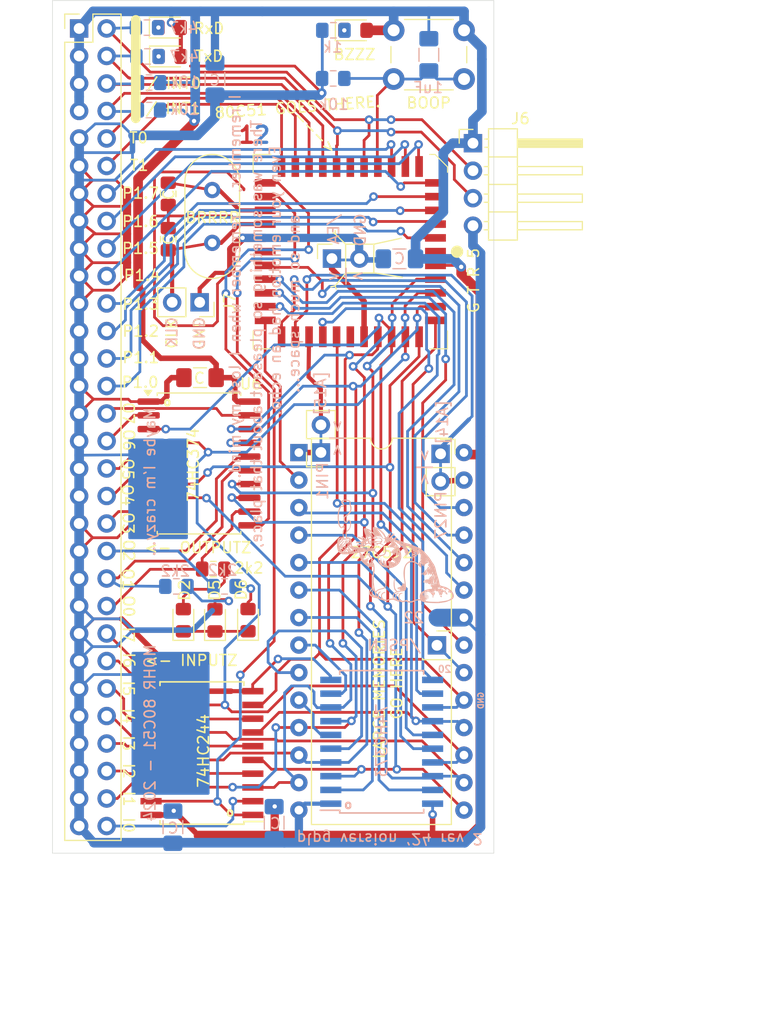
<source format=kicad_pcb>
(kicad_pcb (version 20240108) (generator "pcbnew") (generator_version "8.0")
  (layers (0 "F.Cu" signal) (31 "B.Cu" signal) (34 "B.Paste" user) (35 "F.Paste" user) (36 "B.SilkS" user "B.Silkscreen") (37 "F.SilkS" user "F.Silkscreen") (38 "B.Mask" user) (39 "F.Mask" user) (44 "Edge.Cuts" user))
  (net 0 "")
  (net 1 "GND")
  (net 2 "Net-(U1-XTAL2)")
  (net 3 "Net-(J7-Pin_2)")
  (net 4 "Net-(U1-RST)")
  (net 5 "+5V")
  (net 6 "Net-(D1-K)")
  (net 7 "Net-(D2-A)")
  (net 8 "Net-(D3-K)")
  (net 9 "Net-(D4-K)")
  (net 10 "Net-(D5-A)")
  (net 11 "Net-(D6-A)")
  (net 12 "Net-(J3-Pin_1)")
  (net 13 "Net-(J4-Pin_1)")
  (net 14 "Net-(J5-Pin_1)")
  (net 16 "Net-(U1-ALE{slash}PROG)")
  (net 17 "Net-(U1-P2.5{slash}A13)")
  (net 18 "Net-(U1-P2.4{slash}A12)")
  (net 19 "T1")
  (net 20 "T0")
  (net 21 "INT1")
  (net 22 "INT0")
  (net 23 "TxD")
  (net 24 "RxD")
  (net 25 "I7")
  (net 26 "I6")
  (net 27 "I5")
  (net 28 "I4")
  (net 29 "I3")
  (net 30 "I2")
  (net 31 "I1")
  (net 32 "I0")
  (net 33 "O7")
  (net 34 "O6")
  (net 35 "O5")
  (net 36 "O4")
  (net 37 "O3")
  (net 38 "O2")
  (net 39 "O1")
  (net 40 "O0")
  (net 41 "Net-(U1-P2.3{slash}A11)")
  (net 42 "Net-(U1-P2.2{slash}A10)")
  (net 43 "Net-(U1-P2.1{slash}A9)")
  (net 44 "Net-(U1-P2.0{slash}A8)")
  (net 45 "P0")
  (net 46 "P1")
  (net 47 "P2")
  (net 48 "P3")
  (net 49 "P4")
  (net 50 "P5")
  (net 51 "P6")
  (net 52 "P7")
  (net 54 "Net-(U1-P3.7{slash}nRD)")
  (net 55 "Net-(U1-P3.6{slash}nWR)")
  (net 57 "AD4")
  (net 58 "AD5")
  (net 59 "AD6")
  (net 60 "AD7")
  (net 61 "A4")
  (net 62 "A5")
  (net 63 "A6")
  (net 64 "A7")
  (net 65 "A0")
  (net 66 "A1")
  (net 67 "A2")
  (net 68 "A3")
  (net 69 "AD2")
  (net 70 "AD0")
  (net 71 "AD3")
  (net 72 "AD1")
  (footprint "Button_Switch_THT:SW_PUSH_6mm" (layer "F.Cu") (at 120 63.5)
    (property "Reference" "SW1" (hide yes))
    (property "Value" "SW_Push")
  )
  (footprint "Package_LCC:PLCC-44" (layer "F.Cu") (at 116 83.94 -90)
    (property "Reference" "U1")
    (property "Value" "P87C51RB")
  )
  (footprint "Connector_PinHeader_2.54mm:PinHeader_2x30_P2.54mm_Vertical" (layer "F.Cu") (at 90.96 63.33)
    (property "Reference" "J2")
    (property "Value" "Conn_02x30_Odd_Even")
  )
  (footprint "Capacitor_SMD:C_1206_3216Metric_Pad1.42x1.75mm_HandSolder" (layer "F.Cu") (at 102.1223 95.5802 180)
    (property "Reference" "C4")
    (property "Value" "C")
  )
  (footprint "LED_SMD:LED_0805_2012Metric_Pad1.15x1.40mm_HandSolder" (layer "F.Cu") (at 116.475 63.5)
    (property "Reference" "D1")
    (property "Value" "LED")
  )
  (footprint "Resistor_SMD:R_0805_2012Metric_Pad1.15x1.40mm_HandSolder" (layer "F.Cu") (at 103.3436 113.2586 180)
    (property "Reference" "R5")
    (property "Value" "R")
  )
  (footprint "LED_SMD:LED_0805_2012Metric_Pad1.15x1.40mm_HandSolder" (layer "F.Cu") (at 99.305 63.246)
    (property "Reference" "D3")
    (property "Value" "LED")
  )
  (footprint "LED_SMD:LED_0805_2012Metric_Pad1.15x1.40mm_HandSolder" (layer "F.Cu") (at 99.323 65.913)
    (property "Reference" "D4")
    (property "Value" "LED")
  )
  (footprint "Connector_PinSocket_2.54mm:PinSocket_1x02_P2.54mm_Vertical" (layer "F.Cu") (at 113.284 102.489 180)
    (property "Reference" "J3")
    (property "Value" "Conn_01x02_Male")
  )
  (footprint "Package_DIP:DIP-28_W15.24mm" (layer "F.Cu") (at 111.25 102.5)
    (property "Reference" "U5")
    (property "Value" "27C512")
  )
  (footprint "Connector_PinSocket_2.54mm:PinSocket_1x02_P2.54mm_Vertical" (layer "F.Cu") (at 124.333 102.616)
    (property "Reference" "J4")
    (property "Value" "Conn_01x02_Male")
  )
  (footprint "Capacitor_SMD:C_0805_2012Metric_Pad1.15x1.40mm_HandSolder" (layer "F.Cu") (at 99.187 78.604 -90)
    (property "Reference" "C1")
    (property "Value" "C")
  )
  (footprint "Crystal:Crystal_HC49-4H_Vertical" (layer "F.Cu") (at 103.25 78.25 -90)
    (property "Reference" "Y1")
    (property "Value" "Crystal")
  )
  (footprint "Capacitor_SMD:C_0805_2012Metric_Pad1.15x1.40mm_HandSolder" (layer "F.Cu") (at 99.187 82.795 90)
    (property "Reference" "C2")
    (property "Value" "C")
  )
  (footprint "Connector_PinSocket_2.54mm:PinSocket_1x02_P2.54mm_Vertical" (layer "F.Cu") (at 114.3 84.582 90)
    (property "Reference" "J1")
    (property "Value" "Conn_01x02_Male")
  )
  (footprint "Package_SO:SOIC-20W_7.5x12.8mm_P1.27mm" (layer "F.Cu") (at 102.3 130.25 180)
    (property "Reference" "U2")
    (property "Value" "74HC244")
  )
  (footprint "MountingHole:MountingHole_3.2mm_M3" (layer "F.Cu") (at 108.7 64.4)
    (property "Reference" "H1")
    (property "Value" "MountingHole")
  )
  (footprint "Connector_PinSocket_2.54mm:PinSocket_1x01_P2.54mm_Vertical" (layer "F.Cu") (at 124 120.3)
    (property "Reference" "J5")
    (property "Value" "Conn_01x01_Male")
  )
  (footprint "Package_SO:SOIC-20W_7.5x12.8mm_P1.27mm" (layer "F.Cu") (at 102.03 103.505)
    (property "Reference" "U6")
    (property "Value" "74LS374")
  )
  (footprint "LED_SMD:LED_0805_2012Metric_Pad1.15x1.40mm_HandSolder" (layer "F.Cu") (at 106.553 117.974 90)
    (property "Reference" "D6")
    (property "Value" "LED")
  )
  (footprint "LED_SMD:LED_0805_2012Metric_Pad1.15x1.40mm_HandSolder" (layer "F.Cu") (at 100.584 117.983 90)
    (property "Reference" "D2")
    (property "Value" "LED")
  )
  (footprint "Connector_PinSocket_2.54mm:PinSocket_1x02_P2.54mm_Vertical" (layer "F.Cu") (at 102.088 88.6202 -90)
    (property "Reference" "J7")
    (property "Value" "EXTCLK")
  )
  (footprint "Connector_PinHeader_2.54mm:PinHeader_1x04_P2.54mm_Horizontal" (layer "F.Cu") (at 127.324 73.924)
    (property "Reference" "J6")
    (property "Value" "Conn_01x04")
  )
  (footprint "LED_SMD:LED_0805_2012Metric_Pad1.15x1.40mm_HandSolder" (layer "F.Cu") (at 103.505 117.992 90)
    (property "Reference" "D5")
    (property "Value" "LED")
  )
  (footprint "Capacitor_SMD:C_1206_3216Metric_Pad1.42x1.75mm_HandSolder" (layer "B.Cu") (at 123.25 65.7625 -90)
    (property "Reference" "C3" (hide yes))
    (property "Value" "C")
  )
  (footprint "Package_SO:SOIC-20W_7.5x12.8mm_P1.27mm" (layer "B.Cu") (at 118.8984 129.2098)
    (property "Reference" "U4")
    (property "Value" "74LS373")
  )
  (footprint "Capacitor_SMD:C_1206_3216Metric_Pad1.42x1.75mm_HandSolder" (layer "B.Cu") (at 108.966 136.6885 -90)
    (property "Reference" "C6")
    (property "Value" "C")
  )
  (footprint "Capacitor_SMD:C_1206_3216Metric_Pad1.42x1.75mm_HandSolder" (layer "B.Cu") (at 99.6188 137.0949 -90)
    (property "Reference" "C7")
    (property "Value" "C")
  )
  (footprint "Resistor_SMD:R_0805_2012Metric_Pad1.15x1.40mm_HandSolder" (layer "B.Cu") (at 114.436 63.5 180)
    (property "Reference" "R2")
    (property "Value" "R")
  )
  (footprint "Resistor_SMD:R_0805_2012Metric_Pad1.15x1.40mm_HandSolder" (layer "B.Cu") (at 114.418 67.945 180)
    (property "Reference" "R3")
    (property "Value" "R")
  )
  (footprint "Resistor_SMD:R_0805_2012Metric_Pad1.15x1.40mm_HandSolder" (layer "B.Cu") (at 99.94 114.8588 180)
    (property "Reference" "R4")
    (property "Value" "R")
  )
  (footprint "Resistor_SMD:R_0805_2012Metric_Pad1.15x1.40mm_HandSolder" (layer "B.Cu") (at 104.385 114.8588 180)
    (property "Reference" "R6")
    (property "Value" "R")
  )
  (footprint "Resistor_SMD:R_0805_2012Metric_Pad1.15x1.40mm_HandSolder" (layer "B.Cu") (at 97.225 63.25 180)
    (property "Reference" "R1")
    (property "Value" "R")
  )
  (footprint "Resistor_SMD:R_0805_2012Metric_Pad1.15x1.40mm_HandSolder" (layer "B.Cu") (at 97.273 65.913 180)
    (property "Reference" "R7")
    (property "Value" "R")
  )
  (footprint "Resistor_SMD:R_0805_2012Metric_Pad1.15x1.40mm_HandSolder" (layer "B.Cu") (at 97.418 68.326 180)
    (property "Reference" "R8")
    (property "Value" "R")
  )
  (footprint "Resistor_SMD:R_0805_2012Metric_Pad1.15x1.40mm_HandSolder" (layer "B.Cu") (at 97.409 70.866 180)
    (property "Reference" "R9")
    (property "Value" "R")
  )
  (footprint "Capacitor_SMD:C_1206_3216Metric_Pad1.42x1.75mm_HandSolder" (layer "B.Cu") (at 120.5341 84.6074 180)
    (property "Reference" "C5")
    (property "Value" "C")
  )
  (footprint "Capacitor_SMD:C_1206_3216Metric_Pad1.42x1.75mm_HandSolder" (layer "B.Cu") (at 103.5 68 -90)
    (property "Reference" "C8")
    (property "Value" "C")
  )
  (footprint "LOGO" (layer "B.Cu") (at 120.142 111.6076 180)
    (property "Reference" "G***" (hide yes))
    (property "Value" "LOGO" (hide yes))
  )
  (gr_line (start 118.17 83.252) (end 120.7 82.7) (stroke (width 0.12)) (layer "F.SilkS"))
  (gr_line (start 114.6 87.1) (end 114.7 87.4) (stroke (width 0.12)) (layer "F.SilkS"))
  (gr_line (start 115.57 85.912) (end 114.6 87.1) (stroke (width 0.12)) (layer "F.SilkS"))
  (gr_line (start 114.6 87.1) (end 114.2 87.2) (stroke (width 0.12)) (layer "F.SilkS"))
  (gr_line (start 96.1898 62.5348) (end 96.1898 71.628) (stroke (width 0.889)) (layer "F.SilkS"))
  (gr_line (start 118.2 85.9) (end 120.8 86.3) (stroke (width 0.12)) (layer "F.SilkS"))
  (gr_line (start 114.6 82.3) (end 114.6 82) (stroke (width 0.12)) (layer "F.SilkS"))
  (gr_line (start 115.57 83.252) (end 114.6 82.3) (stroke (width 0.12)) (layer "F.SilkS"))
  (gr_line (start 114.6 82.3) (end 114.4 82.2) (stroke (width 0.12)) (layer "F.SilkS"))
  (gr_circle (center 125.857 83.947) (end 126.365 83.947) (stroke (width 0.12)) (fill solid) (layer "F.SilkS"))
  (gr_line (start 129.25 139.5) (end 88.5 139.5) (stroke (width 0.05)) (layer "Edge.Cuts"))
  (gr_line (start 88.5 60.75) (end 129.25 60.75) (stroke (width 0.05)) (layer "Edge.Cuts"))
  (gr_line (start 88.5 139.5) (end 88.5 60.75) (stroke (width 0.05)) (layer "Edge.Cuts"))
  (gr_line (start 129.25 60.75) (end 129.25 139.5) (stroke (width 0.05)) (layer "Edge.Cuts"))
  (gr_text "1" (at 105.537 74.041 0) (layer "F.Cu") (effects (font (size 1.5 1.5) (thickness 0.3) (bold yes)) (justify left bottom)))
  (gr_text "2" (at 106.934 74.041 0) (layer "B.Cu") (effects (font (size 1.5 1.5) (thickness 0.3) (bold yes)) (justify left bottom)))
  (gr_text "o" (at 115.8 135 0) (layer "B.SilkS") (effects (font (size 0.762 0.762) (thickness 0.1905)) (justify mirror)))
  (gr_text "/PSEN" (at 120.05 120.3 0) (layer "B.SilkS") (effects (font (size 1 1)) (justify mirror)))
  (gr_text "2k2" (at 104.1908 113.3602 0) (layer "B.SilkS") (effects (font (size 1 1)) (justify mirror)))
  (gr_text "PIN27" (at 124.3584 108.2802 90) (layer "B.SilkS") (effects (font (size 1 1)) (justify mirror)))
  (gr_text "PIN1" (at 113.4364 105.1306 90) (layer "B.SilkS") (effects (font (size 1 1)) (justify mirror)))
  (gr_text "MOHR 80C51 - 2024" (at 97.5 128.4 90) (layer "B.SilkS") (effects (font (size 1 1)) (justify mirror)))
  (gr_text "/EA" (at 114.4524 81.8642 90) (layer "B.SilkS") (effects (font (size 1 1)) (justify mirror)))
  (gr_text "10k" (at 100.711 70.7898 0) (layer "B.SilkS") (effects (font (size 1 1)) (justify mirror)))
  (gr_text "CLK" (at 99.5172 91.3892 90) (layer "B.SilkS") (effects (font (size 1 1)) (justify mirror)))
  (gr_text "Maybe I'm crazy..." (at 97.4852 105.2068 90) (layer "B.SilkS") (effects (font (size 1 1)) (justify mirror)))
  (gr_text ">|<" (at 122.7836 103.8606 90) (layer "B.SilkS") (effects (font (size 1 1)) (justify mirror)))
  (gr_text "There was something so pleasant about that place," (at 107.3404 91.5416 90) (layer "B.SilkS") (effects (font (size 1 1)) (justify mirror)))
  (gr_text "and so much space..." (at 110.7948 88.7476 90) (layer "B.SilkS") (effects (font (size 1 1)) (justify mirror)))
  (gr_text "4k7" (at 100.584 63.2714 0) (layer "B.SilkS") (effects (font (size 1 1)) (justify mirror)))
  (gr_text "74HC373" (at 118.8974 129.0828 90) (layer "B.SilkS") (effects (font (size 1 1)) (justify mirror)))
  (gr_text "C" (at 109.093 136.7536 0) (layer "B.SilkS") (effects (font (size 1 1)) (justify mirror)))
  (gr_text "20" (at 124.7 122.5 0) (layer "B.SilkS") (effects (font (size 0.635 0.635) (thickness 0.127)) (justify mirror)))
  (gr_text "10k" (at 100.711 68.2752 0) (layer "B.SilkS") (effects (font (size 1 1)) (justify mirror)))
  (gr_text "Even your emotion had an echo." (at 109.0676 86.614 90) (layer "B.SilkS") (effects (font (size 1 1)) (justify mirror)))
  (gr_text "2k2" (at 99.822 113.4364 0) (layer "B.SilkS") (effects (font (size 1 1)) (justify mirror)))
  (gr_text "C" (at 99.6442 137.1854 0) (layer "B.SilkS") (effects (font (size 1 1)) (justify mirror)))
  (gr_text ">|<" (at 114.7318 101.1682 90) (layer "B.SilkS") (effects (font (size 1 1)) (justify mirror)))
  (gr_text "[A15]" (at 113.2586 97.028 90) (layer "B.SilkS") (effects (font (size 1 1)) (justify mirror)))
  (gr_text "C" (at 103.5 68.1 0) (layer "B.SilkS") (effects (font (size 1 1)) (justify mirror)))
  (gr_text "I remember, I remember when I lost my mind..." (at 105.3592 87.63 90) (layer "B.SilkS") (effects (font (size 1 1)) (justify mirror)))
  (gr_text "GND" (at 102.0572 91.4908 90) (layer "B.SilkS") (effects (font (size 1 1)) (justify mirror)))
  (gr_text "1uF" (at 123.19 68.7832 0) (layer "B.SilkS") (effects (font (size 1 1)) (justify mirror)))
  (gr_text "22" (at 121.85 117.75 0) (layer "B.SilkS") (effects (font (size 1 1)) (justify mirror)))
  (gr_text "plpg version '24 rev 2" (at 119.634 138.176 180) (layer "B.SilkS") (effects (font (size 1 1)) (justify mirror)))
  (gr_text "GND" (at 128.05 125.4 90) (layer "B.SilkS") (effects (font (size 0.508 0.508) (thickness 0.127)) (justify mirror)))
  (gr_text "4k7" (at 100.6856 65.913 0) (layer "B.SilkS") (effects (font (size 1 1)) (justify mirror)))
  (gr_text "[A14]" (at 124.5108 99.695 90) (layer "B.SilkS") (effects (font (size 1 1)) (justify mirror)))
  (gr_text "GND" (at 116.9162 81.9404 90) (layer "B.SilkS") (effects (font (size 1 1)) (justify mirror)))
  (gr_text "C" (at 120.5484 84.582 0) (layer "B.SilkS") (effects (font (size 1 1)) (justify mirror)))
  (gr_text "10k" (at 114.4778 70.3326 0) (layer "B.SilkS") (effects (font (size 1 1)) (justify mirror)))
  (gr_text ">|<" (at 115.5954 86.1314 0) (layer "B.SilkS") (effects (font (size 1 1)) (justify mirror)))
  (gr_text "1k" (at 114.3762 65.0494 0) (layer "B.SilkS") (effects (font (size 1 1)) (justify mirror)))
  (gr_text "P1.6" (at 96.6216 81.153 0) (layer "F.SilkS") (effects (font (size 1 1))))
  (gr_text "P1.1" (at 96.647 93.726 0) (layer "F.SilkS") (effects (font (size 1 1))))
  (gr_text "BZZZ" (at 116.3828 65.7352 0) (layer "F.SilkS") (effects (font (size 1 1))))
  (gr_text "C" (at 102.0572 95.631 0) (layer "F.SilkS") (effects (font (size 1 1))))
  (gr_text "27C512" (at 118.8974 111.7346 0) (layer "F.SilkS") (effects (font (size 1 1))))
  (gr_text "O0" (at 95.5294 116.6876 270) (layer "F.SilkS") (effects (font (size 1 1))))
  (gr_text "I2" (at 95.5294 131.9022 270) (layer "F.SilkS") (effects (font (size 1 1))))
  (gr_text "O2" (at 95.5294 111.5314 270) (layer "F.SilkS") (effects (font (size 1 1))))
  (gr_text "GND" (at 102.070226 91.515387 90) (layer "F.SilkS") (effects (font (size 1 1))))
  (gr_text "I4" (at 95.4786 126.8222 270) (layer "F.SilkS") (effects (font (size 1 1))))
  (gr_text "RxD" (at 102.9462 63.3222 0) (layer "F.SilkS") (effects (font (size 1 1))))
  (gr_text "P1.3" (at 96.647 88.7984 0) (layer "F.SilkS") (effects (font (size 1 1))))
  (gr_text "74HC374" (at 101.4984 103.632 90) (layer "F.SilkS") (effects (font (size 1 1))))
  (gr_text "I7" (at 95.504 119.3038 270) (layer "F.SilkS") (effects (font (size 1 1))))
  (gr_text "P1.0" (at 96.5962 96.012 0) (layer "F.SilkS") (effects (font (size 1 1))))
  (gr_text "P1.5" (at 96.6216 83.6422 0) (layer "F.SilkS") (effects (font (size 1 1))))
  (gr_text "O3" (at 95.4786 109.0168 -90) (layer "F.SilkS") (effects (font (size 1 1))))
  (gr_text "I1" (at 95.5548 134.4676 270) (layer "F.SilkS") (effects (font (size 1 1))))
  (gr_text "I5" (at 95.504 124.2822 270) (layer "F.SilkS") (effects (font (size 1 1))))
  (gr_text "74HC244" (at 102.4382 130.048 90) (layer "F.SilkS") (effects (font (size 1 1))))
  (gr_text "O5" (at 95.4532 104.0384 -90) (layer "F.SilkS") (effects (font (size 1 1))))
  (gr_text "C" (at 99.2378 78.6892 90) (layer "F.SilkS") (effects (font (size 1 1))))
  (gr_text "P1.4" (at 96.774 86.1314 0) (layer "F.SilkS") (effects (font (size 1 1))))
  (gr_text "O6" (at 95.5294 101.346 -90) (layer "F.SilkS") (effects (font (size 1 1))))
  (gr_text "T1" (at 96.4946 75.9714 0) (layer "F.SilkS") (effects (font (size 1 1))))
  (gr_text "I3" (at 95.504 129.3368 270) (layer "F.SilkS") (effects (font (size 1 1))))
  (gr_text "P1.2" (at 96.647 91.2876 0) (layer "F.SilkS") (effects (font (size 1 1))))
  (gr_text "O4" (at 95.4024 106.426 -90) (layer "F.SilkS") (effects (font (size 1 1))))
  (gr_text "I0" (at 95.5294 136.906 270) (layer "F.SilkS") (effects (font (size 1 1))))
  (gr_text "<- INPUTZ" (at 101.3206 121.6914 0) (layer "F.SilkS") (effects (font (size 1 1))))
  (gr_text "80C51 GOES THERE." (at 111.125 70.612 4) (layer "F.SilkS") (effects (font (size 1 1))))
  (gr_text "--->" (at 112.649 73.025 135) (layer "F.SilkS") (effects (font (size 1 1)) (justify mirror)))
  (gr_text "T0" (at 96.4438 73.4314 0) (layer "F.SilkS") (effects (font (size 1 1))))
  (gr_text "CLK" (at 99.5172 91.4908 90) (layer "F.SilkS") (effects (font (size 1 1))))
  (gr_text "C" (at 99.2378 82.8294 90) (layer "F.SilkS") (effects (font (size 1 1))))
  (gr_text "LARGE MEMORIES\n  GO HERE." (at 119.4816 124.333 90) (layer "F.SilkS") (effects (font (size 1 1))))
  (gr_text "/ INT1" (at 99.6442 70.7136 0) (layer "F.SilkS") (effects (font (size 1 1))))
  (gr_text "P1.7" (at 96.6216 78.5368 0) (layer "F.SilkS") (effects (font (size 1 1))))
  (gr_text "BRRRR" (at 103.2764 80.7974 0) (layer "F.SilkS") (effects (font (size 1 1))))
  (gr_text "TxD" (at 102.9716 65.8876 0) (layer "F.SilkS") (effects (font (size 1 1))))
  (gr_text "O7" (at 95.504 98.8568 270) (layer "F.SilkS") (effects (font (size 1 1))))
  (gr_text "<- OUTPUTZ" (at 101.9302 111.2774 0) (layer "F.SilkS") (effects (font (size 1 1))))
  (gr_text "o" (at 99.1 97.8 0) (layer "F.SilkS") (effects (font (size 0.762 0.762) (thickness 0.1905))))
  (gr_text "O1" (at 95.4786 114.1984 270) (layer "F.SilkS") (effects (font (size 1 1))))
  (gr_text "G T R 5" (at 127.381 86.614 90) (layer "F.SilkS") (effects (font (size 1 1))))
  (gr_text "/ INT0" (at 99.695 68.4022 0) (layer "F.SilkS") (effects (font (size 1 1))))
  (gr_text "I6" (at 95.5548 121.6914 270) (layer "F.SilkS") (effects (font (size 1 1))))
  (gr_text "BOOP" (at 123.2408 70.2056 0) (layer "F.SilkS") (effects (font (size 1 1))))
  (gr_text "2k2" (at 106.6292 113.157 0) (layer "F.SilkS") (effects (font (size 1 1))))
  (gr_text "o" (at 104.9 135.7 0) (layer "F.SilkS") (effects (font (size 0.762 0.762) (thickness 0.1905))))
  (segment (start 99.06 97.3328) (end 98.6028 97.79) (width 0.508) (layer "F.Cu") (net 1))
  (segment (start 92.280124 97.569876) (end 90.96 98.89) (width 0.254) (layer "F.Cu") (net 1))
  (segment (start 92.202 84.963) (end 95.377 84.963) (width 0.254) (layer "F.Cu") (net 1))
  (segment (start 95.377 84.963) (end 95.377 82.296) (width 0.762) (layer "F.Cu") (net 1))
  (segment (start 92.234135 87.503) (end 94.107 87.503) (width 0.254) (layer "F.Cu") (net 1))
  (segment (start 95.377 85.979) (end 95.377 84.963) (width 0.762) (layer "F.Cu") (net 1))
  (segment (start 92.202 77.343) (end 90.975 78.57) (width 0.254) (layer "F.Cu") (net 1))
  (segment (start 99.4918 95.5802) (end 99.06 96.012) (width 0.508) (layer "F.Cu") (net 1))
  (segment (start 109.3216 121.5644) (end 106.9848 123.9012) (width 0.254) (layer "F.Cu") (net 1))
  (segment (start 98.6028 97.79) (end 97.38 97.79) (width 0.508) (layer "F.Cu") (net 1))
  (segment (start 100.6348 95.5802) (end 99.4918 95.5802) (width 0.508) (layer "F.Cu") (net 1))
  (segment (start 104.615226 76.581) (end 106.172 78.137774) (width 0.254) (layer "F.Cu") (net 1))
  (segment (start 95.724124 97.79) (end 95.504 97.569876) (width 0.25) (layer "F.Cu") (net 1))
  (segment (start 90.975 119.21) (end 90.96 119.21) (width 0.254) (layer "F.Cu") (net 1))
  (segment (start 106.9848 123.9012) (end 106.9848 124.5198) (width 0.254) (layer "F.Cu") (net 1))
  (segment (start 90.975 86.19) (end 92.202 84.963) (width 0.254) (layer "F.Cu") (net 1))
  (segment (start 90.975 111.59) (end 90.96 111.59) (width 0.254) (layer "F.Cu") (net 1))
  (segment (start 103.3272 90.7796) (end 103.7336 90.3732) (width 0.254) (layer "F.Cu") (net 1))
  (segment (start 92.202 84.963) (end 90.96 83.65) (width 0.254) (layer "F.Cu") (net 1))
  (segment (start 95.377 78.359) (end 94.361 77.343) (width 0.254) (layer "F.Cu") (net 1))
  (segment (start 105.0036 83.7184) (end 105.0036 85.6488) (width 0.762) (layer "F.Cu") (net 1))
  (segment (start 90.96 83.65) (end 90.972901 83.65) (width 0.254) (layer "F.Cu") (net 1))
  (segment (start 90.96 81.075198) (end 92.279198 79.756) (width 0.254) (layer "F.Cu") (net 1))
  (segment (start 95.377 79.756) (end 95.377 78.359) (width 0.762) (layer "F.Cu") (net 1))
  (segment (start 105.0036 85.6488) (end 104.7496 85.9028) (width 0.762) (layer "F.Cu") (net 1))
  (segment (start 97.917 77.117222) (end 98.453222 76.581) (width 0.254) (layer "F.Cu") (net 1))
  (segment (start 92.326901 82.296) (end 92.4814 82.296) (width 0.254) (layer "F.Cu") (net 1))
  (segment (start 95.631 109.22) (end 94.488 110.363) (width 0.254) (layer "F.Cu") (net 1))
  (segment (start 90.96 88.73) (end 91.007135 88.73) (width 0.254) (layer "F.Cu") (net 1))
  (segment (start 96.13 119.008) (end 96.0755 119.0625) (width 0.254) (layer "F.Cu") (net 1))
  (segment (start 91.007135 88.73) (end 92.234135 87.503) (width 0.254) (layer "F.Cu") (net 1))
  (segment (start 103.5304 85.9028) (end 104.7496 85.9028) (width 0.381) (layer "F.Cu") (net 1))
  (segment (start 97.917 80.645) (end 97.917 79.883) (width 0.254) (layer "F.Cu") (net 1))
  (segment (start 104.9758 124.5362) (end 101.5492 124.5362) (width 0.508) (layer "F.Cu") (net 1))
  (segment (start 92.4814 82.296) (end 90.96 81.11) (width 0.254) (layer "F.Cu") (net 1))
  (segment (start 103.7336 86.9188) (end 104.7496 85.9028) (width 0.254) (layer "F.Cu") (net 1))
  (segment (start 90.96 81.11) (end 90.96 81.075198) (width 0.254) (layer "F.Cu") (net 1))
  (segment (start 106.172 78.137774) (end 106.172 78.232) (width 0.254) (layer "F.Cu") (net 1))
  (segment (start 95.504 97.569876) (end 92.280124 97.569876) (width 0.254) (layer "F.Cu") (net 1))
  (segment (start 97.3 109.215) (end 95.631 109.22) (width 0.254) (layer "F.Cu") (net 1))
  (segment (start 99.06 96.012) (end 99.06 97.3328) (width 0.508) (layer "F.Cu") (net 1))
  (segment (start 117.27 91.8025) (end 117.27 88.5172) (width 0.508) (layer "F.Cu") (net 1))
  (segment (start 94.107 87.503) (end 95.377 86.233) (width 0.254) (layer "F.Cu") (net 1))
  (segment (start 100.584 119.008) (end 96.13 119.008) (width 0.254) (layer "F.Cu") (net 1))
  (segment (start 92.234135 87.503) (end 90.96 86.19) (width 0.254) (layer "F.Cu") (net 1))
  (segment (start 98.7044 90.7796) (end 103.3272 90.7796) (width 0.254) (layer "F.Cu") (net 1))
  (segment (start 102.088 88.6202) (end 102.088 87.3452) (width 0.381) (layer "F.Cu") (net 1))
  (segment (start 94.869 117.856) (end 92.2274 117.856) (width 0.254) (layer "F.Cu") (net 1))
  (segment (start 97.38 97.79) (end 95.724124 97.79) (width 0.25) (layer "F.Cu") (net 1))
  (segment (start 101.5492 124.5362) (end 96.0755 119.0625) (width 0.508) (layer "F.Cu") (net 1))
  (segment (start 92.279198 79.756) (end 90.96 78.57) (width 0.254) (layer "F.Cu") (net 1))
  (segment (start 99.187 80.645) (end 99.187 81.77) (width 0.254) (layer "F.Cu") (net 1))
  (segment (start 91.0668 116.67) (end 90.96 116.67) (width 0.254) (layer "F.Cu") (net 1))
  (segment (start 97.3 109.215) (end 97.287 109.215) (width 0.254) (layer "F.Cu") (net 1))
  (segment (start 99.187 80.645) (end 97.917 80.645) (width 0.254) (layer "F.Cu") (net 1))
  (segment (start 97.917 80.645) (end 97.917 89.9922) (width 0.254) (layer "F.Cu") (net 1))
  (segment (start 97.917 79.883) (end 97.917 77.343) (width 0.254) (layer "F.Cu") (net 1))
  (segment (start 90.96 109.05) (end 92.202 110.363) (width 0.254) (layer "F.Cu") (net 1))
  (segment (start 90.96 96.35) (end 92.280124 97.569876) (width 0.254) (layer "F.Cu") (net 1))
  (segment (start 92.202 110.363) (end 90.975 111.59) (width 0.254) (layer "F.Cu") (net 1))
  (segment (start 90.96 86.19) (end 90.975 86.19) (width 0.254) (layer "F.Cu") (net 1))
  (segment (start 98.453222 76.581) (end 104.615226 76.581) (width 0.254) (layer "F.Cu") (net 1))
  (segment (start 102.088 87.3452) (end 103.5304 85.9028) (width 0.381) (layer "F.Cu") (net 1))
  (segment (start 92.2274 117.8306) (end 91.0668 116.67) (width 0.254) (layer "F.Cu") (net 1))
  (segment (start 104.977 124.535) (end 104.9758 124.5362) (width 0.508) (layer "F.Cu") (net 1))
  (segment (start 104.977 124.535) (end 107 124.535) (width 0.381) (layer "F.Cu") (net 1))
  (segment (start 110.869 66.8) (end 101.235 66.8) (width 0.254) (layer "F.Cu") (net 1))
  (segment (start 114.2746 85.5218) (end 114.2746 84.709) (width 0.508) (layer "F.Cu") (net 1))
  (segment (start 108.1375 82.67) (end 106.052 82.67) (width 0.762) (layer "F.Cu") (net 1))
  (segment (start 92.4814 82.296) (end 95.377 82.296) (width 0.254) (layer "F.Cu") (net 1))
  (segment (start 92.2274 117.856) (end 92.2274 117.9576) (width 0.254) (layer "F.Cu") (net 1))
  (segment (start 97.917 77.343) (end 97.917 77.117222) (width 0.254) (layer "F.Cu") (net 1))
  (segment (start 113.3602 69.2912) (end 110.869 66.8) (width 0.254) (layer "F.Cu") (net 1))
  (segment (start 106.9848 124.5198) (end 107 124.535) (width 0.254) (layer "F.Cu") (net 1))
  (segment (start 96.0755 119.0625) (end 94.869 117.856) (width 0.508) (layer "F.Cu") (net 1))
  (segment (start 106.544 119.008) (end 106.553 118.999) (width 0.254) (layer "F.Cu") (net 1))
  (segment (start 92.2274 117.9576) (end 90.975 119.21) (width 0.254) (layer "F.Cu") (net 1))
  (segment (start 99.187 79.629) (end 99.187 80.645) (width 0.254) (layer "F.Cu") (net 1))
  (segment (start 90.96 76.03) (end 92.202 77.343) (width 0.254) (layer "F.Cu") (net 1))
  (segment (start 103.7336 90.3732) (end 103.7336 86.9188) (width 0.254) (layer "F.Cu") (net 1))
  (segment (start 95.377 82.296) (end 95.377 79.756) (width 0.762) (layer "F.Cu") (net 1))
  (segment (start 90.975 78.57) (end 90.96 78.57) (width 0.254) (layer "F.Cu") (net 1))
  (segment (start 97.917 89.9922) (end 98.7044 90.7796) (width 0.254) (layer "F.Cu") (net 1))
  (segment (start 117.27 88.5172) (end 114.2746 85.5218) (width 0.508) (layer "F.Cu") (net 1))
  (segment (start 100.584 119.008) (end 106.544 119.008) (width 0.254) (layer "F.Cu") (net 1))
  (segment (start 90.972901 83.65) (end 92.326901 82.296) (width 0.254) (layer "F.Cu") (net 1))
  (segment (start 99.187 80.645) (end 105.029 80.645) (width 0.254) (layer "F.Cu") (net 1))
  (segment (start 94.488 110.363) (end 92.202 110.363) (width 0.254) (layer "F.Cu") (net 1))
  (segment (start 92.279198 79.756) (end 95.377 79.756) (width 0.254) (layer "F.Cu") (net 1))
  (segment (start 94.361 77.343) (end 92.202 77.343) (width 0.254) (layer "F.Cu") (net 1))
  (segment (start 95.377 86.233) (end 95.377 85.979) (width 0.254) (layer "F.Cu") (net 1))
  (segment (start 92.2274 117.856) (end 92.2274 117.8306) (width 0.254) (layer "F.Cu") (net 1))
  (segment (start 106.052 82.67) (end 105.0036 83.7184) (width 0.762) (layer "F.Cu") (net 1))
  (segment (start 111.5438 135.8138) (end 111.25 135.52) (width 0.635) (layer "F.Cu") (net 1))
  (via (at 106.052 82.67) (size 0.8) (drill 0.4) (layers "F.Cu" "B.Cu") (net 1))
  (via (at 113.3602 69.2912) (size 0.8) (drill 0.4) (layers "F.Cu" "B.Cu") (net 1))
  (via (at 109.3216 121.5644) (size 0.8) (drill 0.4) (layers "F.Cu" "B.Cu") (net 1))
  (segment (start 109.9058 138.5316) (end 121.7676 138.5316) (width 0.889) (layer "B.Cu") (net 1))
  (segment (start 111.25 135.4856) (end 111.25 135.52) (width 0.381) (layer "B.Cu") (net 1))
  (segment (start 109.347 121.539) (end 112.5728 121.539) (width 0.254) (layer "B.Cu") (net 1))
  (segment (start 90.96 116.67) (end 91.0668 116.67) (width 0.254) (layer "B.Cu") (net 1))
  (segment (start 92.2528 117.9172) (end 90.96 119.21) (width 0.254) (layer "B.Cu") (net 1))
  (segment (start 92.2528 117.856) (end 94.869 117.856) (width 0.254) (layer "B.Cu") (net 1))
  (segment (start 127.324 83.382) (end 128.016 84.074) (width 0.889) (layer "B.Cu") (net 1))
  (segment (start 92.3 123) (end 96.9 123) (width 0.25) (layer "B.Cu") (net 1))
  (segment (start 118.9736 84.6074) (end 118.872 84.709) (width 0.508) (layer "B.Cu") (net 1))
  (segment (start 109.3216 121.5644) (end 109.347 121.539) (width 0.254) (layer "B.Cu") (net 1))
  (segment (start 94.267051 77.332949) (end 90.977949 77.332949) (width 0.254) (layer "B.Cu") (net 1))
  (segment (start 90.96 102.74) (end 96.1 102.7) (width 0.25) (layer "B.Cu") (net 1))
  (segment (start 90.977949 77.332949) (end 90.96 77.315) (width 0.254) (layer "B.Cu") (net 1))
  (segment (start 111.25 138.4788) (end 111.25 135.52) (width 0.762) (layer "B.Cu") (net 1))
  (segment (start 90.96 74.775) (end 90.96 77.315) (width 0.889) (layer "B.Cu") (net 1))
  (segment (start 92.329 138.5316) (end 109.9058 138.5316) (width 0.889) (layer "B.Cu") (net 1))
  (segment (start 90.9906 119.21) (end 90.96 119.21) (width 0.254) (layer "B.Cu") (net 1))
  (segment (start 90.96 73.49) (end 92.456 72.136) (width 0.254) (layer "B.Cu") (net 1))
  (segment (start 94.3864 120.4214) (end 92.202 120.4214) (width 0.254) (layer "B.Cu") (net 1))
  (segment (start 106.052 82.67) (end 116.325 82.67) (width 0.762) (layer "B.Cu") (net 1))
  (segment (start 95.885 74.676) (end 95.885 73.1774) (width 0.508) (layer "B.Cu") (net 1))
  (segment (start 118.872 84.709) (end 116.8146 84.709) (width 0.508) (layer "B.Cu") (net 1))
  (segment (start 126.49 117.7778) (end 126.49 117.74) (width 0.889) (layer "B.Cu") (net 1))
  (segment (start 90.96 102.74) (end 90.96 136.99) (width 0.889) (layer "B.Cu") (net 1))
  (segment (start 94.869 117.856) (end 95.9358 118.8974) (width 0.254) (layer "B.Cu") (net 1))
  (segment (start 116.325 82.67) (end 116.8146 83.1596) (width 0.762) (layer "B.Cu") (net 1))
  (segment (start 126.49 117.74) (end 124.05 117.75) (width 1.651) (layer "B.Cu") (net 1))
  (segment (start 103.5 69.4875) (end 103.5 71.5568) (width 0.889) (layer "B.Cu") (net 1))
  (segment (start 101.4476 118.8974) (end 103.251 117.094) (width 0.508) (layer "B.Cu") (net 1))
  (segment (start 95.885 75.715) (end 94.267051 77.332949) (width 0.254) (layer "B.Cu") (net 1))
  (segment (start 128.016 137.0838) (end 128.016 119.3038) (width 0.889) (layer "B.Cu") (net 1))
  (segment (start 127.324 81.544) (end 127.324 83.382) (width 0.889) (layer "B.Cu") (net 1))
  (segment (start 92.456 72.136) (end 94.8182 72.136) (width 0.254) (layer "B.Cu") (net 1))
  (segment (start 90.96 73.49) (end 90.96 74.775) (width 0.889) (layer "B.Cu") (net 1))
  (segment (start 113.3602 63.5508) (end 113.411 63.5) (width 0.254) (layer "B.Cu") (net 1))
  (segment (start 103.5 71.5568) (end 101.854 73.2028) (width 0.889) (layer "B.Cu") (net 1))
  (segment (start 113.1639 69.4875) (end 113.3602 69.2912) (width 0.889) (layer "B.Cu") (net 1))
  (segment (start 113.411 69.2404) (end 113.3602 69.2912) (width 0.254) (layer "B.Cu") (net 1))
  (segment (start 94.8182 72.136) (end 95.885 73.2028) (width 0.254) (layer "B.Cu") (net 1))
  (segment (start 113.411 63.5) (end 113.411 69.2404) (width 0.254) (layer "B.Cu") (net 1))
  (segment (start 116.8146 84.709) (end 114.2746 84.709) (width 0.254) (layer "B.Cu") (net 1))
  (segment (start 128.016 119.3038) (end 126.49 117.7778) (width 0.254) (layer "B.Cu") (net 1))
  (segment (start 112.5728 121.539) (end 114.173 123.1392) (width 0.254) (layer "B.Cu") (net 1))
  (segment (start 101.854 73.2028) (end 95.9358 73.2028) (width 0.889) (layer "B.Cu") (net 1))
  (segment (start 111.252 138.4808) (end 111.25 138.4788) (width 0.762) (layer "B.Cu") (net 1))
  (segment (start 95.885 74.797256) (end 95.885 74.676) (width 0.254) (layer "B.Cu") (net 1))
  (segment (start 116.8146 83.1596) (end 116.8146 84.709) (width 0.762) (layer "B.Cu") (net 1))
  (segment (start 103.5 69.4875) (end 113.1639 69.4875) (width 0.889) (layer "B.Cu") (net 1))
  (segment (start 114.173 123.4694) (end 114.1984 123.4948) (width 0.254) (layer "B.Cu") (net 1))
  (segment (start 92.202 120.4214) (end 90.96 121.6634) (width 0.254) (layer "B.Cu") (net 1))
  (segment (start 95.885 74.676) (end 95.885 75.715) (width 0.254) (layer "B.Cu") (net 1))
  (segment (start 92.2528 117.856) (end 92.2528 117.9172) (width 0.254) (layer "B.Cu") (net 1))
  (segment (start 114.172 134.9248) (end 111.8108 134.9248) (width 0.381) (layer "B.Cu") (net 1))
  (segment (start 111.8108 134.9248) (end 111.25 135.4856) (width 0.381) (layer "B.Cu") (net 1))
  (segment (start 114.173 123.1392) (end 114.173 123.4694) (width 0.254) (layer "B.Cu") (net 1))
  (segment (start 121.7676 138.5316) (end 126.5682 138.5316) (width 0.889) (layer "B.Cu") (net 1))
  (segment (start 128.016 84.074) (end 128.016 119.3038) (width 0.889) (layer "B.Cu") (net 1))
  (segment (start 92.202 120.4214) (end 90.9906 119.21) (width 0.254) (layer "B.Cu") (net 1))
  (segment (start 90.96 136.99) (end 92.329 138.5316) (width 0.762) (layer "B.Cu") (net 1))
  (segment (start 90.96 74.775) (end 90.982256 74.797256) (width 0.254) (layer "B.Cu") (net 1))
  (segment (start 95.9104 118.8974) (end 101.4476 118.8974) (width 0.508) (layer "B.Cu") (net 1))
  (segment (start 90.96 121.6634) (end 90.96 121.75) (width 0.254) (layer "B.Cu") (net 1))
  (segment (start 126.5682 138.5316) (end 128.016 137.0838) (width 0.889) (layer "B.Cu") (net 1))
  (segment (start 90.96 124.29) (end 92.3 123) (width 0.25) (layer "B.Cu") (net 1))
  (segment (start 95.9104 118.8974) (end 94.3864 120.4214) (width 0.254) (layer "B.Cu") (net 1))
  (segment (start 91.0668 116.67) (end 92.2528 117.856) (width 0.254) (layer "B.Cu") (net 1))
  (segment (start 90.982256 74.797256) (end 95.885 74.797256) (width 0.254) (layer "B.Cu") (net 1))
  (segment (start 90.96 77.315) (end 90.96 102.74) (width 0.889) (layer "B.Cu") (net 1))
  (segment (start 103.25 78.25) (end 103.904 78.25) (width 0.381) (layer "F.Cu") (net 2))
  (segment (start 103.904 78.25) (end 105.784 80.13) (width 0.381) (layer "F.Cu") (net 2))
  (segment (start 103.25 78.25) (end 99.187 77.579) (width 0.254) (layer "F.Cu") (net 2))
  (segment (start 105.784 80.13) (end 108.1375 80.13) (width 0.381) (layer "F.Cu") (net 2))
  (segment (start 104.068 83.13) (end 105.798 81.4) (width 0.381) (layer "F.Cu") (net 3))
  (segment (start 105.798 81.4) (end 108.1375 81.4) (width 0.381) (layer "F.Cu") (net 3))
  (segment (start 99.548 88.6202) (end 99.548 84.181) (width 0.381) (layer "F.Cu") (net 3))
  (segment (start 99.548 84.181) (end 99.187 83.82) (width 0.381) (layer "F.Cu") (net 3))
  (segment (start 103.25 83.13) (end 99.187 83.82) (width 0.254) (layer "F.Cu") (net 3))
  (segment (start 103.25 83.13) (end 104.068 83.13) (width 0.381) (layer "F.Cu") (net 3))
  (segment (start 120 68) (end 118.491 69.509) (width 0.254) (layer "F.Cu") (net 4))
  (segment (start 118.491 76.0285) (end 118.54 76.0775) (width 0.254) (layer "F.Cu") (net 4))
  (segment (start 118.491 69.509) (end 118.491 76.0285) (width 0.254) (layer "F.Cu") (net 4))
  (segment (start 119.945 67.945) (end 120 68) (width 0.254) (layer "B.Cu") (net 4))
  (segment (start 126.5 68) (end 124 68) (width 0.254) (layer "B.Cu") (net 4))
  (segment (start 122.5 68) (end 123.25 67.25) (width 0.254) (layer "B.Cu") (net 4))
  (segment (start 115.443 67.945) (end 119.945 67.945) (width 0.254) (layer "B.Cu") (net 4))
  (segment (start 124 68) (end 123.25 67.25) (width 0.254) (layer "B.Cu") (net 4))
  (segment (start 120 68) (end 122.5 68) (width 0.254) (layer "B.Cu") (net 4))
  (segment (start 109.0168 135.1788) (end 109.0168 135.1788) (width 0.762) (layer "F.Cu") (net 5))
  (segment (start 98.4885 93.7895) (end 103.0605 93.7895) (width 0.508) (layer "F.Cu") (net 5))
  (segment (start 126.238 85.979) (end 126.238 85.344) (width 0.889) (layer "F.Cu") (net 5))
  (segment (start 125.0696 137.8712) (end 121.7676 137.8712) (width 0.889) (layer "F.Cu") (net 5))
  (segment (start 96.8248 92.1258) (end 98.4885 93.7895) (width 0.508) (layer "F.Cu") (net 5))
  (segment (start 123.5964 137.8712) (end 121.7676 137.8712) (width 0.508) (layer "F.Cu") (net 5))
  (segment (start 103.6098 95.5802) (end 105.1052 95.5802) (width 0.508) (layer "F.Cu") (net 5))
  (segment (start 105.3338 95.8088) (end 105.3338 97.5614) (width 0.508) (layer "F.Cu") (net 5))
  (segment (start 121.7676 137.8712) (end 117.8306 137.8712) (width 0.889) (layer "F.Cu") (net 5))
  (segment (start 128 102.6828) (end 126.6728 102.6828) (width 0.889) (layer "F.Cu") (net 5))
  (segment (start 96.8248 87.5538) (end 96.8248 92.1258) (width 0.508) (layer "F.Cu") (net 5))
  (segment (start 105.5624 97.79) (end 106.68 97.79) (width 0.508) (layer "F.Cu") (net 5))
  (segment (start 99.908682 63.246) (end 99.454999 62.792317) (width 0.381) (layer "F.Cu") (net 5))
  (segment (start 108.8644 137.8712) (end 101.981 137.8712) (width 0.889) (layer "F.Cu") (net 5))
  (segment (start 128 100.99) (end 128 87.63) (width 0.889) (layer "F.Cu") (net 5))
  (segment (start 99.695 135.5852) (end 101.981 137.8712) (width 0.508) (layer "F.Cu") (net 5))
  (segment (start 103.6098 94.3388) (end 103.6098 95.5802) (width 0.508) (layer "F.Cu") (net 5))
  (segment (start 123.8625 85.21) (end 126.104 85.21) (width 0.254) (layer "F.Cu") (net 5))
  (segment (start 100.348 65.913) (end 100.348 63.264) (width 0.381) (layer "F.Cu") (net 5))
  (segment (start 105.3338 97.5614) (end 105.5624 97.79) (width 0.508) (layer "F.Cu") (net 5))
  (segment (start 128 87.63) (end 127.889 87.63) (width 0.889) (layer "F.Cu") (net 5))
  (segment (start 120 63.5) (end 117.5 63.5) (width 0.889) (layer "F.Cu") (net 5))
  (segment (start 128 136.9728) (end 128 100.99) (width 0.889) (layer "F.Cu") (net 5))
  (segment (start 109.0168 137.7188) (end 109.0168 135.1788) (width 0.762) (layer "F.Cu") (net 5))
  (segment (start 123.5964 135.9154) (end 123.5964 137.8712) (width 0.508) (layer "F.Cu") (net 5))
  (segment (start 100.33 63.246) (end 99.908682 63.246) (width 0.381) (layer "F.Cu") (net 5))
  (segment (start 101.569305 72.039695) (end 101.569305 71.876705) (width 0.889) (layer "F.Cu") (net 5))
  (segment (start 125.0696 137.8712) (end 127.1016 137.8712) (width 0.889) (layer "F.Cu") (net 5))
  (segment (start 126.104 85.21) (end 126.238 85.344) (width 0.254) (layer "F.Cu") (net 5))
  (segment (start 97.6 135.965) (end 99.3152 135.965) (width 0.508) (layer "F.Cu") (net 5))
  (segment (start 127.889 87.63) (end 126.746 86.487) (width 0.889) (layer "F.Cu") (net 5))
  (segment (start 126.6728 102.6828) (end 126.49 102.5) (width 0.889) (layer "F.Cu") (net 5))
  (segment (start 100.348 63.264) (end 100.33 63.246) (width 0.381) (layer "F.Cu") (net 5))
  (segment (start 96.4025 77.2065) (end 101.569305 72.039695) (width 0.889) (layer "F.Cu") (net 5))
  (segment (start 117.8306 137.8712) (end 108.8644 137.8712) (width 0.889) (layer "F.Cu") (net 5))
  (segment (start 126.746 86.487) (end 126.238 85.979) (width 0.889) (layer "F.Cu") (net 5))
  (segment (start 127.1016 137.8712) (end 128 136.9728) (width 0.889) (layer "F.Cu") (net 5))
  (segment (start 99.3152 135.965) (end 99.695 135.5852) (width 0.508) (layer "F.Cu") (net 5))
  (segment (start 96.8248 87.5538) (end 96.4025 87.1315) (width 0.508) (layer "F.Cu") (net 5))
  (segment (start 105.1052 95.5802) (end 105.3338 95.8088) (width 0.508) (layer "F.Cu") (net 5))
  (segment (start 103.0605 93.7895) (end 103.6098 94.3388) (width 0.508) (layer "F.Cu") (net 5))
  (segment (start 96.4025 87.1315) (end 96.4025 77.2065) (width 0.889) (layer "F.Cu") (net 5))
  (via (at 123.5964 135.9154) (size 0.8) (drill 0.4) (layers "F.Cu" "B.Cu") (net 5))
  (via (at 109.0168 135.1788) (size 0.8) (drill 0.4) (layers "F.Cu" "B.Cu") (net 5))
  (via (at 99.454999 62.792317) (size 0.8) (drill 0.4) (layers "F.Cu" "B.Cu") (net 5))
  (via (at 101.569305 71.876705) (size 0.8) (drill 0.4) (layers "F.Cu" "B.Cu") (net 5))
  (via (at 99.695 135.5852) (size 0.8) (drill 0.4) (layers "F.Cu" "B.Cu") (net 5))
  (via (at 126.238 85.344) (size 0.8) (drill 0.4) (layers "F.Cu" "B.Cu") (net 5))
  (segment (start 126.5 63.5) (end 128.143 65.143) (width 0.889) (layer "B.Cu") (net 5))
  (segment (start 90.96 69.624) (end 90.96 70.95) (width 0.889) (layer "B.Cu") (net 5))
  (segment (start 125.5014 84.6074) (end 126.238 85.344) (width 0.889) (layer "B.Cu") (net 5))
  (segment (start 102.1614 61.75) (end 107.8712 61.75) (width 0.889) (layer "B.Cu") (net 5))
  (segment (start 122.0216 84.6074) (end 125.5014 84.6074) (width 0.889) (layer "B.Cu") (net 5))
  (segment (start 103.5 66.5) (end 103.5 61.8205) (width 0.762) (layer "B.Cu") (net 5))
  (segment (start 122.0216 82.8294) (end 124.587 80.264) (width 0.889) (layer "B.Cu") (net 5))
  (segment (start 128.143 65.143) (end 128.143 66.167) (width 0.889) (layer "B.Cu") (net 5))
  (segment (start 122.301 84.4296) (end 122.0724 84.6582) (width 0.762) (layer "B.Cu") (net 5))
  (segment (start 99.4664 61.75) (end 102.1614 61.75) (width 0.889) (layer "B.Cu") (net 5))
  (segment (start 123.25 64.275) (end 123.25 61.75) (width 0.254) (layer "B.Cu") (net 5))
  (segment (start 107.8712 61.75) (end 120 61.75) (width 0.889) (layer "B.Cu") (net 5))
  (segment (start 128.143 66.167) (end 128.1445 66.1685) (width 0.889) (layer "B.Cu") (net 5))
  (segment (start 98.434 70.866) (end 100.5586 70.866) (width 0.254) (layer "B.Cu") (net 5))
  (segment (start 120 63.5) (end 120 61.75) (width 0.889) (layer "B.Cu") (net 5))
  (segment (start 92.25 61.75) (end 99.4664 61.75) (width 0.889) (layer "B.Cu") (net 5))
  (segment (start 90.96 63.33) (end 90.96 69.624) (width 0.889) (layer "B.Cu") (net 5))
  (segment (start 101.5492 61.8236) (end 101.6762 61.9506) (width 0.889) (layer "B.Cu") (net 5))
  (segment (start 125.466 73.924) (end 127.324 73.924) (width 0.889) (layer "B.Cu") (net 5))
  (segment (start 99.4664 62.780916) (end 99.4664 61.75) (width 0.381) (layer "B.Cu") (net 5))
  (segment (start 128.1445 70.9915) (end 127.324 71.812) (width 0.889) (layer "B.Cu") (net 5))
  (segment (start 127.324 71.812) (end 127.324 73.924) (width 0.889) (layer "B.Cu") (net 5))
  (segment (start 128.1445 66.1685) (end 128.1445 70.9915) (width 0.889) (layer "B.Cu") (net 5))
  (segment (start 126.5 61.75) (end 126.5 63.5) (width 0.889) (layer "B.Cu") (net 5))
  (segment (start 123.5984 135.9134) (end 123.5964 135.9154) (width 0.254) (layer "B.Cu") (net 5))
  (segment (start 124.587 74.803) (end 125.466 73.924) (width 0.889) (layer "B.Cu") (net 5))
  (segment (start 122.0216 84.6074) (end 122.0216 82.8294) (width 0.889) (layer "B.Cu") (net 5))
  (segment (start 123.5984 134.9248) (end 123.5984 135.9134) (width 0.254) (layer "B.Cu") (net 5))
  (segment (start 124.587 80.264) (end 124.587 74.803) (width 0.889) (layer "B.Cu") (net 5))
  (segment (start 99.454999 62.792317) (end 99.4664 62.780916) (width 0.381) (layer "B.Cu") (net 5))
  (segment (start 100.5586 70.866) (end 101.569305 71.876705) (width 0.254) (layer "B.Cu") (net 5))
  (segment (start 120 61.75) (end 123.25 61.75) (width 0.889) (layer "B.Cu") (net 5))
  (segment (start 107.87349 61.75229) (end 107.8712 61.75) (width 0.762) (layer "B.Cu") (net 5))
  (segment (start 123.25 61.75) (end 126.5 61.75) (width 0.889) (layer "B.Cu") (net 5))
  (segment (start 101.6762 61.9506) (end 101.6762 71.76981) (width 0.889) (layer "B.Cu") (net 5))
  (segment (start 90.96 63.33) (end 92.25 61.75) (width 0.889) (layer "B.Cu") (net 5))
  (segment (start 101.6762 71.76981) (end 101.569305 71.876705) (width 0.889) (layer "B.Cu") (net 5))
  (segment (start 101.8466 68.326) (end 98.443 68.326) (width 0.254) (layer "B.Cu") (net 5))
  (via (at 115.443 63.5) (size 0.8) (drill 0.4) (layers "F.Cu" "B.Cu") (net 6))
  (segment (start 100.584 115.824) (end 101.2825 115.1255) (width 0.254) (layer "F.Cu") (net 7))
  (segment (start 100.584 116.958) (end 100.584 115.824) (width 0.254) (layer "F.Cu") (net 7))
  (segment (start 101.2825 115.1255) (end 103.6955 115.1255) (width 0.254) (layer "F.Cu") (net 7))
  (segment (start 103.6955 115.1255) (end 104.3686 114.4524) (width 0.254) (layer "F.Cu") (net 7))
  (segment (start 104.3686 114.4524) (end 104.3686 113.2586) (width 0.254) (layer "F.Cu") (net 7))
  (segment (start 98.298 63.264) (end 98.28 63.246) (width 0.381) (layer "F.Cu") (net 8))
  (via (at 98.28 63.246) (size 0.8) (drill 0.4) (layers "F.Cu" "B.Cu") (net 8))
  (via (at 98.298 65.913) (size 0.8) (drill 0.4) (layers "F.Cu" "B.Cu") (net 9))
  (segment (start 104.648 116.078) (end 104.775 116.205) (width 0.254) (layer "F.Cu") (net 10))
  (segment (start 103.505 116.967) (end 103.505 116.078) (width 0.254) (layer "F.Cu") (net 10))
  (segment (start 103.505 116.078) (end 104.648 116.078) (width 0.254) (layer "F.Cu") (net 10))
  (via (at 104.775 116.205) (size 0.8) (drill 0.4) (layers "F.Cu" "B.Cu") (net 10))
  (segment (start 100.965 114.8588) (end 102.3112 116.205) (width 0.254) (layer "B.Cu") (net 10))
  (segment (start 102.3112 116.205) (end 104.775 116.205) (width 0.254) (layer "B.Cu") (net 10))
  (segment (start 106.807 115.062) (end 106.807 116.078) (width 0.254) (layer "F.Cu") (net 11))
  (segment (start 106.553 116.949) (end 106.553 116.332) (width 0.254) (layer "F.Cu") (net 11))
  (segment (start 106.553 116.332) (end 106.807 116.078) (width 0.254) (layer "F.Cu") (net 11))
  (via (at 106.807 115.062) (size 0.8) (drill 0.4) (layers "F.Cu" "B.Cu") (net 11))
  (segment (start 105.41 114.8588) (end 106.6038 114.8588) (width 0.254) (layer "B.Cu") (net 11))
  (segment (start 106.6038 114.8588) (end 106.807 115.062) (width 0.254) (layer "B.Cu") (net 11))
  (segment (start 113.284 99.949) (end 113.284 96.647) (width 0.381) (layer "F.Cu") (net 12))
  (segment (start 111.25 102.5) (end 113.284 102.489) (width 0.508) (layer "F.Cu") (net 12))
  (segment (start 113.284 96.647) (end 112.141 95.504) (width 0.381) (layer "F.Cu") (net 12))
  (segment (start 112.141 95.504) (end 112.19 91.8025) (width 0.381) (layer "F.Cu") (net 12))
  (segment (start 113.284 99.949) (end 113.284 102.489) (width 0.25) (layer "B.Cu") (net 12))
  (segment (start 111.9886 86.5124) (end 111.9886 89.3826) (width 0.254) (layer "F.Cu") (net 13))
  (segment (start 110.92 90.4512) (end 110.92 91.8025) (width 0.254) (layer "F.Cu") (net 13))
  (segment (start 126.49 105.04) (end 124.333 105.156) (width 0.508) (layer "F.Cu") (net 13))
  (segment (start 111.9886 89.3826) (end 110.92 90.4512) (width 0.254) (layer "F.Cu") (net 13))
  (via (at 111.9886 86.5124) (size 0.8) (drill 0.4) (layers "F.Cu" "B.Cu") (net 13))
  (segment (start 125.3331 86.1155) (end 127.2445 88.0269) (width 0.254) (layer "B.Cu") (net 13))
  (segment (start 127.2445 99.1457) (end 126.9492 99.441) (width 0.254) (layer "B.Cu") (net 13))
  (segment (start 124.333 102.616) (end 124.333 102.0572) (width 0.254) (layer "B.Cu") (net 13))
  (segment (start 124.333 105.156) (end 124.333 102.616) (width 0.25) (layer "B.Cu") (net 13))
  (segment (start 124.333 102.0572) (end 126.9492 99.441) (width 0.381) (layer "B.Cu") (net 13))
  (segment (start 127.2445 88.0269) (end 127.2445 99.1457) (width 0.254) (layer "B.Cu") (net 13))
  (segment (start 111.9886 86.5124) (end 112.3855 86.1155) (width 0.254) (layer "B.Cu") (net 13))
  (segment (start 112.3855 86.1155) (end 125.3331 86.1155) (width 0.254) (layer "B.Cu") (net 13))
  (segment (start 121.793 118.123) (end 121.793 96.197518) (width 0.254) (layer "F.Cu") (net 14))
  (segment (start 113.46 90.473) (end 113.46 91.8025) (width 0.254) (layer "F.Cu") (net 14))
  (segment (start 123.935 120.265) (end 121.793 118.123) (width 0.254) (layer "F.Cu") (net 14))
  (segment (start 121.793 96.197518) (end 123.248 94.742518) (width 0.254) (layer "F.Cu") (net 14))
  (segment (start 113.4364 90.4494) (end 113.46 90.473) (width 0.254) (layer "F.Cu") (net 14))
  (via (at 113.4364 90.4494) (size 0.8) (drill 0.4) (layers "F.Cu" "B.Cu") (net 14))
  (via (at 123.248 94.742518) (size 0.8) (drill 0.4) (layers "F.Cu" "B.Cu") (net 14))
  (segment (start 113.4364 90.4494) (end 114.3508 90.4494) (width 0.254) (layer "B.Cu") (net 14))
  (segment (start 114.3508 90.4494) (end 115.5954 89.2048) (width 0.254) (layer "B.Cu") (net 14))
  (segment (start 124 120.3) (end 126.49 122.82) (width 0.25) (layer "B.Cu") (net 14))
  (segment (start 123.0376 89.662) (end 123.0376 92.964) (width 0.254) (layer "B.Cu") (net 14))
  (segment (start 123.248 93.1744) (end 123.248 94.742518) (width 0.254) (layer "B.Cu") (net 14))
  (segment (start 123.0376 92.964) (end 123.248 93.1744) (width 0.254) (layer "B.Cu") (net 14))
  (segment (start 115.5954 89.2048) (end 122.5804 89.2048) (width 0.254) (layer "B.Cu") (net 14))
  (segment (start 122.5804 89.2048) (end 123.0376 89.662) (width 0.254) (layer "B.Cu") (net 14))
  (segment (start 114.7826 107.188) (end 114.7826 91.8551) (width 0.254) (layer "F.Cu") (net 16))
  (segment (start 114.7826 91.8551) (end 114.73 91.8025) (width 0.254) (layer "F.Cu") (net 16))
  (via (at 114.7826 107.188) (size 0.8) (drill 0.4) (layers "F.Cu" "B.Cu") (net 16))
  (segment (start 122.7 122.5964) (end 123.5984 123.4948) (width 0.254) (layer "B.Cu") (net 16))
  (segment (start 114.7826 107.188) (end 119.1514 107.188) (width 0.254) (layer "B.Cu") (net 16))
  (segment (start 122.7 110.7366) (end 122.7 122.5964) (width 0.254) (layer "B.Cu") (net 16))
  (segment (start 119.1514 107.188) (end 122.7 110.7366) (width 0.254) (layer "B.Cu") (net 16))
  (segment (start 109.65 90.4766) (end 109.65 91.8025) (width 0.254) (layer "F.Cu") (net 17))
  (segment (start 110.8202 89.3064) (end 109.65 90.4766) (width 0.254) (layer "F.Cu") (net 17))
  (segment (start 110.8202 86.5124) (end 110.8202 89.3064) (width 0.254) (layer "F.Cu") (net 17))
  (via (at 110.8202 86.5124) (size 0.8) (drill 0.4) (layers "F.Cu" "B.Cu") (net 17))
  (segment (start 122.7328 106.045) (end 122.7328 101.2444) (width 0.254) (layer "B.Cu") (net 17))
  (segment (start 114.4778 86.5886) (end 113.3602 86.5886) (width 0.254) (layer "B.Cu") (net 17))
  (segment (start 126.7206 97.2566) (end 126.7206 88.5952) (width 0.254) (layer "B.Cu") (net 17))
  (segment (start 126.7206 88.5952) (end 124.7648 86.6394) (width 0.254) (layer "B.Cu") (net 17))
  (segment (start 124.2678 107.58) (end 122.7328 106.045) (width 0.254) (layer "B.Cu") (net 17))
  (segment (start 112.522 87.4268) (end 111.7346 87.4268) (width 0.254) (layer "B.Cu") (net 17))
  (segment (start 122.7328 101.2444) (end 126.7206 97.2566) (width 0.254) (layer "B.Cu") (net 17))
  (segment (start 126.49 107.58) (end 124.2678 107.58) (width 0.254) (layer "B.Cu") (net 17))
  (segment (start 111.7346 87.4268) (end 110.8202 86.5124) (width 0.254) (layer "B.Cu") (net 17))
  (segment (start 124.7648 86.6394) (end 114.4778 86.5886) (width 0.254) (layer "B.Cu") (net 17))
  (segment (start 113.3602 86.5886) (end 112.522 87.4268) (width 0.254) (layer "B.Cu") (net 17))
  (segment (start 108.1375 90.29) (end 108.1278 94.996) (width 0.254) (layer "F.Cu") (net 18))
  (segment (start 109.5248 103.3148) (end 111.25 105.04) (width 0.254) (layer "F.Cu") (net 18))
  (segment (start 108.1278 94.996) (end 109.5248 96.393) (width 0.254) (layer "F.Cu") (net 18))
  (segment (start 109.5248 96.393) (end 109.5248 103.3148) (width 0.254) (layer "F.Cu") (net 18))
  (segment (start 109.1946 70.3326) (end 109.65 70.788) (width 0.254) (layer "F.Cu") (net 19))
  (segment (start 93.5 76.03) (end 99.1974 70.3326) (width 0.254) (layer "F.Cu") (net 19))
  (segment (start 99.1974 70.3326) (end 109.1946 70.3326) (width 0.254) (layer "F.Cu") (net 19))
  (segment (start 109.65 70.788) (end 109.65 76.0775) (width 0.254) (layer "F.Cu") (net 19))
  (segment (start 110.92 71.415948) (end 109.281052 69.777) (width 0.254) (layer "F.Cu") (net 20))
  (segment (start 97.213 69.777) (end 93.5 73.49) (width 0.254) (layer "F.Cu") (net 20))
  (segment (start 110.92 76.0775) (end 110.92 71.415948) (width 0.254) (layer "F.Cu") (net 20))
  (segment (start 109.281052 69.777) (end 97.213 69.777) (width 0.254) (layer "F.Cu") (net 20))
  (segment (start 112.19 72.043896) (end 109.469104 69.323) (width 0.254) (layer "F.Cu") (net 21))
  (segment (start 95.127 69.323) (end 93.5 70.95) (width 0.254) (layer "F.Cu") (net 21))
  (segment (start 112.19 76.0775) (end 112.19 72.043896) (width 0.254) (layer "F.Cu") (net 21))
  (segment (start 109.469104 69.323) (end 95.127 69.323) (width 0.254) (layer "F.Cu") (net 21))
  (segment (start 93.5 70.95) (end 93.543 70.993) (width 0.254) (layer "B.Cu") (net 21))
  (segment (start 93.543 70.993) (end 96.257 70.993) (width 0.254) (layer "B.Cu") (net 21))
  (segment (start 96.257 70.993) (end 96.384 70.866) (width 0.254) (layer "B.Cu") (net 21))
  (segment (start 93.5 68.5) (end 93.5 68.41) (width 0.254) (layer "F.Cu") (net 22))
  (segment (start 113.46 72.312) (end 109.6518 68.5038) (width 0.254) (layer "F.Cu") (net 22))
  (segment (start 113.46 76.0775) (end 113.46 72.312) (width 0.254) (layer "F.Cu") (net 22))
  (segment (start 109.6518 68.5038) (end 93.5038 68.5038) (width 0.254) (layer "F.Cu") (net 22))
  (segment (start 93.5038 68.5038) (end 93.5 68.5) (width 0.254) (layer "F.Cu") (net 22))
  (segment (start 96.266 68.453) (end 96.393 68.326) (width 0.254) (layer "B.Cu") (net 22))
  (segment (start 93.5 68.41) (end 93.543 68.453) (width 0.254) (layer "B.Cu") (net 22))
  (segment (start 93.543 68.453) (end 96.266 68.453) (width 0.254) (layer "B.Cu") (net 22))
  (segment (start 122.555 72.898) (end 119.761 72.898) (width 0.254) (layer "F.Cu") (net 23))
  (segment (start 114.808 74.09) (end 114.73 74.168) (width 0.254) (layer "F.Cu") (net 23))
  (segment (start 114.808 72.771) (end 109.9566 67.9196) (width 0.254) (layer "F.Cu") (net 23))
  (segment (start 95.6056 67.9196) (end 95.556 67.87) (width 0.254) (layer "F.Cu") (net 23))
  (segment (start 95.5 67.87) (end 93.5 65.87) (width 0.254) (layer "F.Cu") (net 23))
  (segment (start 125.603 75.946) (end 122.555 72.898) (width 0.254) (layer "F.Cu") (net 23))
  (segment (start 95.556 67.87) (end 95.5 67.87) (width 0.254) (layer "F.Cu") (net 23))
  (segment (start 127.324 79.004) (end 125.603 77.283) (width 0.254) (layer "F.Cu") (net 23))
  (segment (start 109.9566 67.9196) (end 95.6056 67.9196) (width 0.254) (layer "F.Cu") (net 23))
  (segment (start 114.808 72.771) (end 114.808 74.09) (width 0.254) (layer "F.Cu") (net 23))
  (segment (start 125.603 77.283) (end 125.603 75.946) (width 0.254) (layer "F.Cu") (net 23))
  (segment (start 114.73 74.168) (end 114.73 76.0775) (width 0.254) (layer "F.Cu") (net 23))
  (via (at 119.761 72.898) (size 0.8) (drill 0.4) (layers "F.Cu" "B.Cu") (net 23))
  (via (at 114.808 72.771) (size 0.8) (drill 0.4) (layers "F.Cu" "B.Cu") (net 23))
  (segment (start 119.634 72.771) (end 119.761 72.898) (width 0.254) (layer "B.Cu") (net 23))
  (segment (start 96.25 66) (end 96.12 65.87) (width 0.254) (layer "B.Cu") (net 23))
  (segment (start 96.12 65.87) (end 93.5 65.87) (width 0.254) (layer "B.Cu") (net 23))
  (segment (start 114.808 72.771) (end 119.634 72.771) (width 0.254) (layer "B.Cu") (net 23))
  (segment (start 117.729 73.201) (end 117.27 73.66) (width 0.254) (layer "F.Cu") (net 24))
  (segment (start 117.729 71.755) (end 117.729 73.201) (width 0.254) (layer "F.Cu") (net 24))
  (segment (start 110.115644 67.3608) (end 97.5308 67.3608) (width 0.254) (layer "F.Cu") (net 24))
  (segment (start 117.27 73.66) (end 117.27 76.0775) (width 0.254) (layer "F.Cu") (net 24))
  (segment (start 122.615 71.755) (end 119.761 71.755) (width 0.254) (layer "F.Cu") (net 24))
  (segment (start 114.509844 71.755) (end 114.341422 71.586578) (width 0.254) (layer "F.Cu") (net 24))
  (segment (start 117.729 71.755) (end 114.509844 71.755) (width 0.254) (layer "F.Cu") (net 24))
  (segment (start 97.5308 67.3608) (end 93.5 63.33) (width 0.254) (layer "F.Cu") (net 24))
  (segment (start 127.324 76.464) (end 122.615 71.755) (width 0.254) (layer "F.Cu") (net 24))
  (segment (start 114.341422 71.586578) (end 110.115644 67.3608) (width 0.254) (layer "F.Cu") (net 24))
  (via (at 117.729 71.755) (size 0.8) (drill 0.4) (layers "F.Cu" "B.Cu") (net 24))
  (via (at 119.761 71.755) (size 0.8) (drill 0.4) (layers "F.Cu" "B.Cu") (net 24))
  (segment (start 117.729 71.755) (end 119.761 71.755) (width 0.254) (layer "B.Cu") (net 24))
  (segment (start 96.2 63.25) (end 93.5 63.33) (width 0.254) (layer "B.Cu") (net 24))
  (segment (start 97.6 124.535) (end 97.6 123.246088) (width 0.254) (layer "F.Cu") (net 25))
  (segment (start 97.6 123.246088) (end 93.563912 119.21) (width 0.254) (layer "F.Cu") (net 25))
  (segment (start 93.563912 119.21) (end 93.5 119.21) (width 0.254) (layer "F.Cu") (net 25))
  (segment (start 94.572 121.75) (end 93.5 121.75) (width 0.254) (layer "F.Cu") (net 26))
  (segment (start 96.012 126.619) (end 96.012 123.19) (width 0.254) (layer "F.Cu") (net 26))
  (segment (start 96.012 123.19) (end 94.572 121.75) (width 0.254) (layer "F.Cu") (net 26))
  (segment (start 96.468 127.075) (end 96.012 126.619) (width 0.254) (layer "F.Cu") (net 26))
  (segment (start 97.6 127.075) (end 96.468 127.075) (width 0.254) (layer "F.Cu") (net 26))
  (segment (start 95.0722 126.5047) (end 95.0722 125.2347) (width 0.25) (layer "F.Cu") (net 27))
  (segment (start 98.679739 127.6985) (end 98.66862 127.709619) (width 0.25) (layer "F.Cu") (net 27))
  (segment (start 107 127.075) (end 106.967839 127.107161) (width 0.25) (layer "F.Cu") (net 27))
  (segment (start 100.476839 127.107161) (end 99.8855 127.6985) (width 0.25) (layer "F.Cu") (net 27))
  (segment (start 96.277119 127.709619) (end 95.0722 126.5047) (width 0.25) (layer "F.Cu") (net 27))
  (segment (start 98.66862 127.709619) (end 96.277119 127.709619) (width 0.25) (layer "F.Cu") (net 27))
  (segment (start 94.1275 124.29) (end 93.5 124.29) (width 0.25) (layer "F.Cu") (net 27))
  (segment (start 106.967839 127.107161) (end 100.476839 127.107161) (width 0.25) (layer "F.Cu") (net 27))
  (segment (start 99.8855 127.6985) (end 98.679739 127.6985) (width 0.25) (layer "F.Cu") (net 27))
  (segment (start 95.0722 125.2347) (end 94.1275 124.29) (width 0.25) (layer "F.Cu") (net 27))
  (segment (start 106.9885 129.6035) (end 100.3935 129.6035) (width 0.25) (layer "F.Cu") (net 28))
  (segment (start 99.779999 128.989999) (end 96.096999 128.989999) (width 0.25) (layer "F.Cu") (net 28))
  (segment (start 100.3935 129.6035) (end 99.779999 128.989999) (width 0.25) (layer "F.Cu") (net 28))
  (segment (start 93.937 126.83) (end 93.5 126.83) (width 0.25) (layer "F.Cu") (net 28))
  (segment (start 107 129.615) (end 106.9885 129.6035) (width 0.25) (layer "F.Cu") (net 28))
  (segment (start 96.096999 128.989999) (end 93.937 126.83) (width 0.25) (layer "F.Cu") (net 28))
  (segment (start 95.1205 129.37) (end 93.5 129.37) (width 0.25) (layer "F.Cu") (net 29))
  (segment (start 97.6 129.615) (end 95.3655 129.615) (width 0.25) (layer "F.Cu") (net 29))
  (segment (start 95.3655 129.615) (end 95.1205 129.37) (width 0.25) (layer "F.Cu") (net 29))
  (segment (start 95.456884 132.155) (end 95.211884 131.91) (width 0.25) (layer "F.Cu") (net 30))
  (segment (start 95.211884 131.91) (end 93.5 131.91) (width 0.25) (layer "F.Cu") (net 30))
  (segment (start 97.6 132.155) (end 95.456884 132.155) (width 0.25) (layer "F.Cu") (net 30))
  (segment (start 106.9758 132.1308) (end 99.7458 132.1308) (width 0.25) (layer "F.Cu") (net 31))
  (segment (start 95.377 133.5532) (end 94.4802 134.45) (width 0.25) (layer "F.Cu") (net 31))
  (segment (start 99.7458 132.1308) (end 99.096345 132.780255) (width 0.25) (layer "F.Cu") (net 31))
  (segment (start 96.137245 132.780255) (end 95.377 133.5405) (width 0.25) (layer "F.Cu") (net 31))
  (segment (start 99.096345 132.780255) (end 96.137245 132.780255) (width 0.25) (layer "F.Cu") (net 31))
  (segment (start 95.377 133.5405) (end 95.377 133.5532) (width 0.25) (layer "F.Cu") (net 31))
  (segment (start 107 132.155) (end 106.9758 132.1308) (width 0.25) (layer "F.Cu") (net 31))
  (segment (start 94.4802 134.45) (end 93.5 134.45) (width 0.25) (layer "F.Cu") (net 31))
  (segment (start 105.1548 134.695) (end 107 134.695) (width 0.254) (layer "F.Cu") (net 32))
  (via (at 105.1548 134.695) (size 0.8) (drill 0.4) (layers "F.Cu" "B.Cu") (net 32))
  (segment (start 100.8888 136.9822) (end 100.881 136.99) (width 0.254) (layer "B.Cu") (net 32))
  (segment (start 100.881 136.99) (end 93.5 136.99) (width 0.254) (layer "B.Cu") (net 32))
  (segment (start 105.1548 136.3484) (end 104.521 136.9822) (width 0.254) (layer "B.Cu") (net 32))
  (segment (start 104.521 136.9822) (end 100.8888 136.9822) (width 0.254) (layer "B.Cu") (net 32))
  (segment (start 105.1548 134.695) (end 105.1548 136.3484) (width 0.254) (layer "B.Cu") (net 32))
  (segment (start 93.965 98.425) (end 93.5 98.89) (width 0.254) (layer "F.Cu") (net 33))
  (segment (start 106.7 99.055) (end 104.14 99.06) (width 0.254) (layer "F.Cu") (net 33))
  (segment (start 104.14 99.06) (end 103.632 98.425) (width 0.254) (layer "F.Cu") (net 33))
  (segment (start 103.632 98.425) (end 93.965 98.425) (width 0.254) (layer "F.Cu") (net 33))
  (segment (start 97.3 99.055) (end 96.017 99.055) (width 0.254) (layer "F.Cu") (net 34))
  (segment (start 93.642 101.43) (end 93.5 101.43) (width 0.254) (layer "F.Cu") (net 34))
  (segment (start 96.017 99.055) (end 93.642 101.43) (width 0.254) (layer "F.Cu") (net 34))
  (segment (start 95.763 102.865) (end 94.658 103.97) (width 0.254) (layer "F.Cu") (net 35))
  (segment (start 97.3 102.865) (end 95.763 102.865) (width 0.254) (layer "F.Cu") (net 35))
  (segment (start 94.658 103.97) (end 93.5 103.97) (width 0.254) (layer "F.Cu") (net 35))
  (segment (start 94.023 106.51) (end 93.5 106.51) (width 0.254) (layer "F.Cu") (net 36))
  (segment (start 97.3 104.135) (end 96.398 104.135) (width 0.254) (layer "F.Cu") (net 36))
  (segment (start 96.398 104.135) (end 94.023 106.51) (width 0.254) (layer "F.Cu") (net 36))
  (segment (start 94.6 107.95) (end 93.5 109.05) (width 0.254) (layer "F.Cu") (net 37))
  (segment (start 97.295 107.95) (end 94.6 107.95) (width 0.254) (layer "F.Cu") (net 37))
  (segment (start 97.3 107.945) (end 97.295 107.95) (width 0.254) (layer "F.Cu") (net 37))
  (segment (start 106.7 102.865) (end 105.6944 102.865) (width 0.254) (layer "F.Cu") (net 38))
  (segment (start 105.6944 102.865) (end 103.632 104.9274) (width 0.254) (layer "F.Cu") (net 38))
  (segment (start 103.632 108.7882) (end 100.8302 111.59) (width 0.254) (layer "F.Cu") (net 38))
  (segment (start 103.632 104.9274) (end 103.632 108.7882) (width 0.254) (layer "F.Cu") (net 38))
  (segment (start 100.8302 111.59) (end 93.5 111.59) (width 0.254) (layer "F.Cu") (net 38))
  (segment (start 100.0912 111.59) (end 93.5 111.59) (width 0.254) (layer "B.Cu") (net 38))
  (segment (start 103.36 114.8588) (end 100.0912 111.59) (width 0.254) (layer "B.Cu") (net 38))
  (segment (start 104.1654 109.3724) (end 101.0158 112.522) (width 0.254) (layer "F.Cu") (net 39))
  (segment (start 106.7 104.135) (end 105.1864 104.135) (width 0.254) (layer "F.Cu") (net 39))
  (segment (start 93.5 114.018) (end 93.5 114.13) (width 0.254) (layer "F.Cu") (net 39))
  (segment (start 104.1654 105.156) (end 104.1654 109.3724) (width 0.254) (layer "F.Cu") (net 39))
  (segment (start 105.1864 104.135) (end 104.1654 105.156) (width 0.254) (layer "F.Cu") (net 39))
  (segment (start 93.5534 114.0714) (end 93.5 114.018) (width 0.254) (layer "F.Cu") (net 39))
  (segment (start 94.5642 114.0714) (end 93.5534 114.0714) (width 0.254) (layer "F.Cu") (net 39))
  (segment (start 101.0158 112.522) (end 96.1136 112.522) (width 0.254) (layer "F.Cu") (net 39))
  (segment (start 96.1136 112.522) (end 94.5642 114.0714) (width 0.254) (layer "F.Cu") (net 39))
  (segment (start 94.6912 114.808) (end 93.5 114.13) (width 0.254) (layer "B.Cu") (net 39))
  (segment (start 98.915 114.8588) (end 94.6912 114.808) (width 0.254) (layer "B.Cu") (net 39))
  (segment (start 105.4404 107.945) (end 105.0798 108.3056) (width 0.254) (layer "F.Cu") (net 40))
  (segment (start 97.5151 113.2795) (end 95.767 115.0276) (width 0.254) (layer "F.Cu") (net 40))
  (segment (start 102.3186 112.2606) (end 102.3186 113.2586) (width 0.254) (layer "F.Cu") (net 40))
  (segment (start 105.0798 109.4994) (end 102.3186 112.2606) (width 0.254) (layer "F.Cu") (net 40))
  (segment (start 102.2977 113.2795) (end 97.5151 113.2795) (width 0.254) (layer "F.Cu") (net 40))
  (segment (start 102.3186 113.2586) (end 102.2977 113.2795) (width 0.254) (layer "F.Cu") (net 40))
  (segment (start 106.7 107.945) (end 105.4404 107.945) (width 0.254) (layer "F.Cu") (net 40))
  (segment (start 105.0798 108.3056) (end 105.0798 109.4994) (width 0.254) (layer "F.Cu") (net 40))
  (segment (start 94.15 116.67) (end 93.5 116.67) (width 0.254) (layer "F.Cu") (net 40))
  (segment (start 95.767 115.0276) (end 95.767 115.053) (width 0.254) (layer "F.Cu") (net 40))
  (segment (start 95.767 115.053) (end 94.15 116.67) (width 0.254) (layer "F.Cu") (net 40))
  (segment (start 108.1375 89.02) (end 109.481 89.02) (width 0.254) (layer "F.Cu") (net 41))
  (segment (start 109.481 89.02) (end 109.4994 89.0016) (width 0.254) (layer "F.Cu") (net 41))
  (via (at 109.4994 89.0016) (size 0.8) (drill 0.4) (layers "F.Cu" "B.Cu") (net 41))
  (segment (start 120.4976 107.6198) (end 124.8918 112.014) (width 0.254) (layer "B.Cu") (net 41))
  (segment (start 109.4994 89.0016) (end 109.5502 89.0524) (width 0.254) (layer "B.Cu") (net 41))
  (segment (start 110.3376 89.662) (end 114.3508 89.662) (width 0.254) (layer "B.Cu") (net 41))
  (segment (start 124.025 95.3548) (end 120.4976 98.8822) (width 0.254) (layer "B.Cu") (net 41))
  (segment (start 124.8918 112.014) (end 124.8918 113.6018) (width 0.254) (layer "B.Cu") (net 41))
  (segment (start 124.1865 89.9981) (end 124.1865 93.369656) (width 0.254) (layer "B.Cu") (net 41))
  (segment (start 120.4976 98.8822) (end 120.4976 107.6198) (width 0.254) (layer "B.Cu") (net 41))
  (segment (start 122.8852 88.6968) (end 124.1865 89.9981) (width 0.254) (layer "B.Cu") (net 41))
  (segment (start 114.3508 89.662) (end 115.316 88.6968) (width 0.254) (layer "B.Cu") (net 41))
  (segment (start 109.728 89.0524) (end 110.3376 89.662) (width 0.254) (layer "B.Cu") (net 41))
  (segment (start 124.8918 113.6018) (end 126.49 115.2) (width 0.254) (layer "B.Cu") (net 41))
  (segment (start 109.5502 89.0524) (end 109.728 89.0524) (width 0.254) (layer "B.Cu") (net 41))
  (segment (start 115.316 88.6968) (end 122.8852 88.6968) (width 0.254) (layer "B.Cu") (net 41))
  (segment (start 124.025 93.531156) (end 124.025 95.3548) (width 0.254) (layer "B.Cu") (net 41))
  (segment (start 124.1865 93.369656) (end 124.025 93.531156) (width 0.254) (layer "B.Cu") (net 41))
  (segment (start 124.802 95.797) (end 122.682 97.917) (width 0.254) (layer "F.Cu") (net 42))
  (segment (start 108.1375 87.75) (end 109.467 87.75) (width 0.254) (layer "F.Cu") (net 42))
  (segment (start 122.682 116.5098) (end 126.4522 120.28) (width 0.254) (layer "F.Cu") (net 42))
  (segment (start 122.682 97.917) (end 122.682 116.5098) (width 0.254) (layer "F.Cu") (net 42))
  (segment (start 126.4522 120.28) (end 126.49 120.28) (width 0.254) (layer "F.Cu") (net 42))
  (segment (start 109.467 87.75) (end 109.474 87.757) (width 0.254) (layer "F.Cu") (net 42))
  (segment (start 124.802 93.853) (end 124.802 95.797) (width 0.254) (layer "F.Cu") (net 42))
  (via (at 124.802 93.853) (size 0.8) (drill 0.4) (layers "F.Cu" "B.Cu") (net 42))
  (via (at 109.474 87.757) (size 0.8) (drill 0.4) (layers "F.Cu" "B.Cu") (net 42))
  (segment (start 124.802 89.6992) (end 123.2662 88.1634) (width 0.254) (layer "B.Cu") (net 42))
  (segment (start 109.601 87.7824) (end 109.4994 87.7824) (width 0.254) (layer "B.Cu") (net 42))
  (segment (start 110.998 89.1794) (end 109.601 87.7824) (width 0.254) (layer "B.Cu") (net 42))
  (segment (start 114.0714 89.1794) (end 110.998 89.1794) (width 0.254) (layer "B.Cu") (net 42))
  (segment (start 115.0874 88.1634) (end 114.0714 89.1794) (width 0.254) (layer "B.Cu") (net 42))
  (segment (start 109.4994 87.7824) (end 109.474 87.757) (width 0.254) (layer "B.Cu") (net 42))
  (segment (start 124.802 93.853) (end 124.802 89.6992) (width 0.254) (layer "B.Cu") (net 42))
  (segment (start 123.2662 88.1634) (end 115.0874 88.1634) (width 0.254) (layer "B.Cu") (net 42))
  (segment (start 109.452584 86.48) (end 108.1375 86.48) (width 0.254) (layer "F.Cu") (net 43))
  (segment (start 109.479492 86.506908) (end 109.452584 86.48) (width 0.254) (layer "F.Cu") (net 43))
  (via (at 109.479492 86.506908) (size 0.8) (drill 0.4) (layers "F.Cu" "B.Cu") (net 43))
  (segment (start 109.479492 86.517892) (end 111.6076 88.646) (width 0.254) (layer "B.Cu") (net 43))
  (segment (start 121.285 107.455) (end 126.49 112.66) (width 0.254) (layer "B.Cu") (net 43))
  (segment (start 125.579 96.2392) (end 121.285 100.5332) (width 0.254) (layer "B.Cu") (net 43))
  (segment (start 123.6472 87.6046) (end 125.579 89.5364) (width 0.254) (layer "B.Cu") (net 43))
  (segment (start 114.8588 87.6046) (end 123.6472 87.6046) (width 0.254) (layer "B.Cu") (net 43))
  (segment (start 111.6076 88.646) (end 113.8174 88.646) (width 0.254) (layer "B.Cu") (net 43))
  (segment (start 121.285 100.5332) (end 121.285 107.455) (width 0.254) (layer "B.Cu") (net 43))
  (segment (start 125.579 89.5364) (end 125.579 96.2392) (width 0.254) (layer "B.Cu") (net 43))
  (segment (start 109.479492 86.506908) (end 109.479492 86.517892) (width 0.254) (layer "B.Cu") (net 43))
  (segment (start 113.8174 88.646) (end 114.8588 87.6046) (width 0.254) (layer "B.Cu") (net 43))
  (segment (start 108.3223 85.3948) (end 108.1375 85.21) (width 0.254) (layer "F.Cu") (net 44))
  (segment (start 113.411 86.7156) (end 112.0902 85.3948) (width 0.254) (layer "F.Cu") (net 44))
  (segment (start 113.411 87.8332) (end 113.411 86.7156) (width 0.254) (layer "F.Cu") (net 44))
  (segment (start 112.0902 85.3948) (end 108.3223 85.3948) (width 0.254) (layer "F.Cu") (net 44))
  (via (at 113.411 87.8332) (size 0.8) (drill 0.4) (layers "F.Cu" "B.Cu") (net 44))
  (segment (start 121.9708 100.9396) (end 121.9708 107.1118) (width 0.254) (layer "B.Cu") (net 44))
  (segment (start 124.979 110.12) (end 126.49 110.12) (width 0.254) (layer "B.Cu") (net 44))
  (segment (start 113.411 87.8332) (end 114.0968 87.1474) (width 0.254) (layer "B.Cu") (net 44))
  (segment (start 114.0968 87.1474) (end 124.2822 87.1474) (width 0.254) (layer "B.Cu") (net 44))
  (segment (start 126.033 88.8982) (end 126.033 96.8774) (width 0.254) (layer "B.Cu") (net 44))
  (segment (start 126.033 96.8774) (end 121.9708 100.9396) (width 0.254) (layer "B.Cu") (net 44))
  (segment (start 121.9708 107.1118) (end 124.979 110.12) (width 0.254) (layer "B.Cu") (net 44))
  (segment (start 124.2822 87.1474) (end 126.033 88.8982) (width 0.254) (layer "B.Cu") (net 44))
  (segment (start 120.65 82.042) (end 121.278 82.67) (width 0.254) (layer "F.Cu") (net 45))
  (segment (start 121.278 82.67) (end 123.8625 82.67) (width 0.254) (layer "F.Cu") (net 45))
  (via (at 120.65 82.042) (size 0.8) (drill 0.4) (layers "F.Cu" "B.Cu") (net 45))
  (segment (start 120.65 82.042) (end 117.5766 82.042) (width 0.254) (layer "B.Cu") (net 45))
  (segment (start 95.25 96.35) (end 93.5 96.35) (width 0.254) (layer "B.Cu") (net 45))
  (segment (start 117.5766 82.042) (end 116.9416 81.407) (width 0.254) (layer "B.Cu") (net 45))
  (segment (start 96.5708 95.0292) (end 95.25 96.35) (width 0.254) (layer "B.Cu") (net 45))
  (segment (start 96.5708 89.408) (end 96.5708 95.0292) (width 0.254) (layer "B.Cu") (net 45))
  (segment (start 102.4636 81.407) (end 100.6348 83.2358) (width 0.254) (layer "B.Cu") (net 45))
  (segment (start 116.9416 81.407) (end 102.4636 81.407) (width 0.254) (layer "B.Cu") (net 45))
  (segment (start 100.6348 83.2358) (end 100.6348 85.344) (width 0.254) (layer "B.Cu") (net 45))
  (segment (start 100.6348 85.344) (end 96.5708 89.408) (width 0.254) (layer "B.Cu") (net 45))
  (segment (start 123.6155 81.153) (end 123.8625 81.4) (width 0.254) (layer "F.Cu") (net 46))
  (segment (start 118.1608 81.153) (end 123.6155 81.153) (width 0.254) (layer "F.Cu") (net 46))
  (segment (start 118.11 81.2038) (end 118.1608 81.153) (width 0.254) (layer "F.Cu") (net 46))
  (via (at 118.11 81.2038) (size 0.8) (drill 0.4) (layers "F.Cu" "B.Cu") (net 46))
  (segment (start 95.1484 93.81) (end 93.5 93.81) (width 0.254) (layer "B.Cu") (net 46))
  (segment (start 102.3112 80.772) (end 100.0506 83.0326) (width 0.254) (layer "B.Cu") (net 46))
  (segment (start 95.7492 89.366) (end 95.7492 93.2092) (width 0.254) (layer "B.Cu") (net 46))
  (segment (start 95.7492 93.2092) (end 95.1484 93.81) (width 0.254) (layer "B.Cu") (net 46))
  (segment (start 100.0506 85.0646) (end 95.7492 89.366) (width 0.254) (layer "B.Cu") (net 46))
  (segment (start 118.11 81.2038) (end 117.6782 80.772) (width 0.254) (layer "B.Cu") (net 46))
  (segment (start 100.0506 83.0326) (end 100.0506 85.0646) (width 0.254) (layer "B.Cu") (net 46))
  (segment (start 117.6782 80.772) (end 102.3112 80.772) (width 0.254) (layer "B.Cu") (net 46))
  (segment (start 120.6316 80.13) (end 123.8625 80.13) (width 0.254) (layer "F.Cu") (net 47))
  (segment (start 120.5992 80.1624) (end 120.6316 80.13) (width 0.254) (layer "F.Cu") (net 47))
  (via (at 120.5992 80.1624) (size 0.8) (drill 0.4) (layers "F.Cu" "B.Cu") (net 47))
  (segment (start 95.2373 90.2589) (end 94.2262 91.27) (width 0.254) (layer "B.Cu") (net 47))
  (segment (start 102.108 80.137) (end 99.441 82.804) (width 0.254) (layer "B.Cu") (net 47))
  (segment (start 120.5738 80.137) (end 102.108 80.137) (width 0.254) (layer "B.Cu") (net 47))
  (segment (start 120.5992 80.1624) (end 120.5738 80.137) (width 0.254) (layer "B.Cu") (net 47))
  (segment (start 99.441 84.963) (end 95.2373 89.1667) (width 0.254) (layer "B.Cu") (net 47))
  (segment (start 95.2373 89.1667) (end 95.2373 90.2589) (width 0.254) (layer "B.Cu") (net 47))
  (segment (start 94.2262 91.27) (end 93.5 91.27) (width 0.254) (layer "B.Cu") (net 47))
  (segment (start 99.441 82.804) (end 99.441 84.963) (width 0.254) (layer "B.Cu") (net 47))
  (segment (start 118.1424 78.86) (end 123.8625 78.86) (width 0.254) (layer "F.Cu") (net 48))
  (via (at 118.1424 78.86) (size 0.8) (drill 0.4) (layers "F.Cu" "B.Cu") (net 48))
  (segment (start 98.8314 82.5754) (end 101.9048 79.502) (width 0.254) (layer "B.Cu") (net 48))
  (segment (start 101.9048 79.502) (end 117.5004 79.502) (width 0.254) (layer "B.Cu") (net 48))
  (segment (start 117.5004 79.502) (end 118.1424 78.86) (width 0.254) (layer "B.Cu") (net 48))
  (segment (start 93.5 88.73) (end 94.8866 88.73) (width 0.254) (layer "B.Cu") (net 48))
  (segment (start 94.8866 88.73) (end 98.8314 84.7852) (width 0.254) (layer "B.Cu") (net 48))
  (segment (start 98.8314 84.7852) (end 98.8314 82.5754) (width 0.254) (layer "B.Cu") (net 48))
  (segment (start 120.65 77.9272) (end 120.9872 77.59) (width 0.254) (layer "F.Cu") (net 49))
  (segment (start 120.9872 77.59) (end 123.8625 77.59) (width 0.254) (layer "F.Cu") (net 49))
  (via (at 120.65 77.9272) (size 0.8) (drill 0.4) (layers "F.Cu" "B.Cu") (net 49))
  (segment (start 120.65 77.9272) (end 119.253 76.5302) (width 0.254) (layer "B.Cu") (net 49))
  (segment (start 95.41 84.29) (end 95.4 84.29) (width 0.254) (layer "B.Cu") (net 49))
  (segment (start 95.4 84.29) (end 93.5 86.19) (width 0.254) (layer "B.Cu") (net 49))
  (segment (start 103.1698 76.5302) (end 95.41 84.29) (width 0.254) (layer "B.Cu") (net 49))
  (segment (start 119.253 76.5302) (end 103.1698 76.5302) (width 0.254) (layer "B.Cu") (net 49))
  (segment (start 122.301 76.0285) (end 122.35 76.0775) (width 0.254) (layer "F.Cu") (net 50))
  (segment (start 122.301 74.041) (end 122.301 76.0285) (width 0.254) (layer "F.Cu") (net 50))
  (via (at 122.301 74.041) (size 0.8) (drill 0.4) (layers "F.Cu" "B.Cu") (net 50))
  (segment (start 93.515 83.65) (end 93.5 83.65) (width 0.254) (layer "B.Cu") (net 50))
  (segment (start 101.346 75.819) (end 93.515 83.65) (width 0.254) (layer "B.Cu") (net 50))
  (segment (start 120.523 75.819) (end 101.346 75.819) (width 0.254) (layer "B.Cu") (net 50))
  (segment (start 122.301 74.041) (end 120.523 75.819) (width 0.254) (layer "B.Cu") (net 50))
  (segment (start 121.08 74.09) (end 121.08 76.0775) (width 0.254) (layer "F.Cu") (net 51))
  (segment (start 121.031 74.041) (end 121.08 74.09) (width 0.254) (layer "F.Cu") (net 51))
  (via (at 121.031 74.041) (size 0.8) (drill 0.4) (layers "F.Cu" "B.Cu") (net 51))
  (segment (start 99.822 75.184) (end 93.896 81.11) (width 0.254) (layer "B.Cu") (net 51))
  (segment (start 93.896 81.11) (end 93.5 81.11) (width 0.254) (layer "B.Cu") (net 51))
  (segment (start 119.888 75.184) (end 99.822 75.184) (width 0.254) (layer "B.Cu") (net 51))
  (segment (start 121.031 74.041) (end 119.888 75.184) (width 0.254) (layer "B.Cu") (net 51))
  (segment (start 119.81 74.09) (end 119.761 74.041) (width 0.254) (layer "F.Cu") (net 52))
  (segment (start 119.81 76.0775) (end 119.81 74.09) (width 0.254) (layer "F.Cu") (net 52))
  (via (at 119.761 74.041) (size 0.8) (drill 0.4) (layers "F.Cu" "B.Cu") (net 52))
  (segment (start 98 74.5) (end 93.93 78.57) (width 0.254) (layer "B.Cu") (net 52))
  (segment (start 119.761 74.041) (end 119.302 74.5) (width 0.254) (layer "B.Cu") (net 52))
  (segment (start 93.93 78.57) (end 93.5 78.57) (width 0.254) (layer "B.Cu") (net 52))
  (segment (start 119.302 74.5) (end 98 74.5) (width 0.254) (layer "B.Cu") (net 52))
  (segment (start 104.977 135.965) (end 107 135.965) (width 0.254) (layer "F.Cu") (net 54))
  (segment (start 105.5624 87.757) (end 105.5624 93.2434) (width 0.254) (layer "F.Cu") (net 54))
  (segment (start 110.871 84.6328) (end 110.871 80.391) (width 0.254) (layer "F.Cu") (net 54))
  (segment (start 103.7336 134.7216) (end 103.707 134.695) (width 0.254) (layer "F.Cu") (net 54))
  (segment (start 108.966 119.9134) (end 105.8418 123.0376) (width 0.254) (layer "F.Cu") (net 54))
  (segment (start 108.966 96.647) (end 108.966 119.9134) (width 0.254) (layer "F.Cu") (net 54))
  (segment (start 109.34 78.86) (end 108.1375 78.86) (width 0.254) (layer "F.Cu") (net 54))
  (segment (start 105.5624 93.2434) (end 108.966 96.647) (width 0.254) (layer "F.Cu") (net 54))
  (segment (start 110.871 80.391) (end 109.34 78.86) (width 0.254) (layer "F.Cu") (net 54))
  (segment (start 103.7336 134.7216) (end 104.977 135.965) (width 0.254) (layer "F.Cu") (net 54))
  (segment (start 103.707 134.695) (end 97.6 134.695) (width 0.254) (layer "F.Cu") (net 54))
  (via (at 105.8418 123.0376) (size 0.8) (drill 0.4) (layers "F.Cu" "B.Cu") (net 54))
  (via (at 110.871 84.6328) (size 0.8) (drill 0.4) (layers "F.Cu" "B.Cu") (net 54))
  (via (at 103.7336 134.7216) (size 0.8) (drill 0.4) (layers "F.Cu" "B.Cu") (net 54))
  (via (at 105.5624 87.757) (size 0.8) (drill 0.4) (layers "F.Cu" "B.Cu") (net 54))
  (segment (start 103.7336 130.8608) (end 105.8418 128.7526) (width 0.254) (layer "B.Cu") (net 54))
  (segment (start 105.5624 85.971743) (end 106.926743 84.6074) (width 0.254) (layer "B.Cu") (net 54))
  (segment (start 103.7336 134.7216) (end 103.7336 130.8608) (width 0.254) (layer "B.Cu") (net 54))
  (segment (start 105.8418 128.7526) (end 105.8418 123.0376) (width 0.254) (layer "B.Cu") (net 54))
  (segment (start 106.926743 84.6074) (end 110.8456 84.6074) (width 0.254) (layer "B.Cu") (net 54))
  (segment (start 110.8456 84.6074) (end 110.871 84.6328) (width 0.254) (layer "B.Cu") (net 54))
  (segment (start 105.5624 87.757) (end 105.5624 85.971743) (width 0.254) (layer "B.Cu") (net 54))
  (segment (start 112.141 80.391) (end 109.34 77.59) (width 0.254) (layer "F.Cu") (net 55))
  (segment (start 108.458 108.585) (end 108.458 96.901) (width 0.254) (layer "F.Cu") (net 55))
  (segment (start 112.141 83.7438) (end 112.141 80.391) (width 0.254) (layer "F.Cu") (net 55))
  (segment (start 112.1537 83.7565) (end 112.141 83.7438) (width 0.254) (layer "F.Cu") (net 55))
  (segment (start 104.5106 92.9536) (end 104.5106 87.8078) (width 0.254) (layer "F.Cu") (net 55))
  (segment (start 106.7 109.215) (end 107.828 109.215) (width 0.254) (layer "F.Cu") (net 55))
  (segment (start 107.828 109.215) (end 108.458 108.585) (width 0.254) (layer "F.Cu") (net 55))
  (segment (start 108.458 96.901) (end 104.5106 92.9536) (width 0.254) (layer "F.Cu") (net 55))
  (segment (start 109.34 77.59) (end 108.1375 77.59) (width 0.254) (layer "F.Cu") (net 55))
  (via (at 112.1537 83.7565) (size 0.8) (drill 0.4) (layers "F.Cu" "B.Cu") (net 55))
  (via (at 104.5106 87.8078) (size 0.8) (drill 0.4) (layers "F.Cu" "B.Cu") (net 55))
  (segment (start 104.5106 85.8624) (end 104.5106 87.8078) (width 0.254) (layer "B.Cu") (net 55))
  (segment (start 112.1537 83.7565) (end 112.141 83.7692) (width 0.254) (layer "B.Cu") (net 55))
  (segment (start 106.6038 83.7692) (end 104.5106 85.8624) (width 0.254) (layer "B.Cu") (net 55))
  (segment (start 112.141 83.7692) (end 106.6038 83.7692) (width 0.254) (layer "B.Cu") (net 55))
  (segment (start 97.6 128.345) (end 104.5198 128.345) (width 0.254) (layer "F.Cu") (net 57))
  (segment (start 126.4776 132.98) (end 126.49 132.98) (width 0.254) (layer "F.Cu") (net 57))
  (segment (start 105.156 128.9812) (end 109.1438 128.9812) (width 0.254) (layer "F.Cu") (net 57))
  (segment (start 119.6594 96.3168) (end 122.35 93.6262) (width 0.254) (layer "F.Cu") (net 57))
  (segment (start 101.7574 105.405) (end 97.3 105.405) (width 0.254) (layer "F.Cu") (net 57))
  (segment (start 122.35 93.6262) (end 122.35 91.8025) (width 0.254) (layer "F.Cu") (net 57))
  (segment (start 117.856 112.522) (end 117.856 116.6876) (width 0.254) (layer "F.Cu") (net 57))
  (segment (start 119.6594 103.8606) (end 119.6594 96.3168) (width 0.254) (layer "F.Cu") (net 57))
  (segment (start 122.6312 129.1336) (end 126.4776 132.98) (width 0.254) (layer "F.Cu") (net 57))
  (segment (start 109.2962 129.1336) (end 122.6312 129.1336) (width 0.254) (layer "F.Cu") (net 57))
  (segment (start 119.6848 103.886) (end 119.6848 110.6932) (width 0.254) (layer "F.Cu") (net 57))
  (segment (start 119.6594 103.8606) (end 119.6848 103.886) (width 0.254) (layer "F.Cu") (net 57))
  (segment (start 102.8192 104.3432) (end 101.7574 105.405) (width 0.254) (layer "F.Cu") (net 57))
  (segment (start 104.5198 128.345) (end 105.156 128.9812) (width 0.254) (layer "F.Cu") (net 57))
  (segment (start 109.1438 128.9812) (end 109.2962 129.1336) (width 0.254) (layer "F.Cu") (net 57))
  (segment (start 119.6848 110.6932) (end 117.856 112.522) (width 0.254) (layer "F.Cu") (net 57))
  (via (at 119.6594 103.8606) (size 0.8) (drill 0.4) (layers "F.Cu" "B.Cu") (net 57))
  (via (at 117.856 116.6876) (size 0.8) (drill 0.4) (layers "F.Cu" "B.Cu") (net 57))
  (via (at 102.8192 104.3432) (size 0.8) (drill 0.4) (layers "F.Cu" "B.Cu") (net 57))
  (segment (start 119.3038 118.7704) (end 119.3038 118.7704) (width 0.254) (layer "B.Cu") (net 57))
  (segment (start 119.8626 132.5626) (end 123.4206 132.5626) (width 0.254) (layer "B.Cu") (net 57))
  (segment (start 125.8948 132.3848) (end 126.49 132.98) (width 0.254) (layer "B.Cu") (net 57))
  (segment (start 119.3038 132.0038) (end 119.8626 132.5626) (width 0.254) (layer "B.Cu") (net 57))
  (segment (start 123.4206 132.5626) (end 123.5984 132.3848) (width 0.254) (layer "B.Cu") (net 57))
  (segment (start 117.856 116.6876) (end 119.3038 118.1354) (width 0.254) (layer "B.Cu") (net 57))
  (segment (start 123.5984 132.3848) (end 125.8948 132.3848) (width 0.254) (layer "B.Cu") (net 57))
  (segment (start 103.3526 103.8098) (end 102.8192 104.3432) (width 0.254) (layer "B.Cu") (net 57))
  (segment (start 119.3038 118.1354) (end 119.3038 132.0038) (width 0.254) (layer "B.Cu") (net 57))
  (segment (start 119.6086 103.8098) (end 103.3526 103.8098) (width 0.254) (layer "B.Cu") (net 57))
  (segment (start 119.6594 103.8606) (end 119.6086 103.8098) (width 0.254) (layer "B.Cu") (net 57))
  (segment (start 102.0014 101.595) (end 97.3 101.595) (width 0.254) (layer "F.Cu") (net 58))
  (segment (start 102.87 102.4636) (end 102.0014 101.595) (width 0.254) (layer "F.Cu") (net 58))
  (segment (start 110.7694 124.0536) (end 120.0912 124.0536) (width 0.254) (layer "F.Cu") (net 58))
  (segment (start 104.419084 125.805884) (end 97.600884 125.805884) (width 0.254) (layer "F.Cu") (net 58))
  (segment (start 126.4776 130.44) (end 126.49 130.44) (width 0.254) (layer "F.Cu") (net 58))
  (segment (start 104.419084 125.805884) (end 105.0544 126.4412) (width 0.254) (layer "F.Cu") (net 58))
  (segment (start 121.08 91.8025) (end 121.08 93.6734) (width 0.254) (layer "F.Cu") (net 58))
  (segment (start 120.0912 124.0536) (end 126.4776 130.44) (width 0.254) (layer "F.Cu") (net 58))
  (segment (start 105.0544 126.4412) (end 108.3818 126.4412) (width 0.254) (layer "F.Cu") (net 58))
  (segment (start 108.3818 126.4412) (end 110.7694 124.0536) (width 0.254) (layer "F.Cu") (net 58))
  (segment (start 97.600884 125.805884) (end 97.6 125.805) (width 0.254) (layer "F.Cu") (net 58))
  (via (at 104.419084 125.805884) (size 0.8) (drill 0.4) (layers "F.Cu" "B.Cu") (net 58))
  (via (at 121.08 93.6734) (size 0.8) (drill 0.4) (layers "F.Cu" "B.Cu") (net 58))
  (via (at 102.87 102.4636) (size 0.8) (drill 0.4) (layers "F.Cu" "B.Cu") (net 58))
  (segment (start 107.584 117.4346) (end 104.419084 120.599516) (width 0.254) (layer "B.Cu") (net 58))
  (segment (start 106.426 102.4636) (end 110.8202 98.0694) (width 0.254) (layer "B.Cu") (net 58))
  (segment (start 102.87 102.4636) (end 101.854 103.4796) (width 0.254) (layer "B.Cu") (net 58))
  (segment (start 110.8202 98.0694) (end 116.6876 98.0694) (width 0.254) (layer "B.Cu") (net 58))
  (segment (start 101.854 103.4796) (end 101.854 109.010156) (width 0.254) (layer "B.Cu") (net 58))
  (segment (start 102.87 102.4636) (end 106.426 102.4636) (width 0.254) (layer "B.Cu") (net 58))
  (segment (start 116.6876 98.0694) (end 121.08 93.677) (width 0.254) (layer "B.Cu") (net 58))
  (segment (start 125.8152 131.1148) (end 123.5984 131.1148) (width 0.254) (layer "B.Cu") (net 58))
  (segment (start 101.854 109.010156) (end 107.584 114.740156) (width 0.254) (layer "B.Cu") (net 58))
  (segment (start 126.49 130.44) (end 125.8152 131.1148) (width 0.254) (layer "B.Cu") (net 58))
  (segment (start 107.584 114.740156) (end 107.584 117.4346) (width 0.254) (layer "B.Cu") (net 58))
  (segment (start 104.419084 120.599516) (end 104.419084 125.805884) (width 0.254) (layer "B.Cu") (net 58))
  (segment (start 121.08 93.677) (end 121.08 93.6734) (width 0.254) (layer "B.Cu") (net 58))
  (segment (start 119.81 93.423) (end 119.81 91.8025) (width 0.254) (layer "F.Cu") (net 59))
  (segment (start 119.81 91.235) (end 118.6434 90.0684) (width 0.254) (layer "F.Cu") (net 59))
  (segment (start 118.8212 109.1438) (end 118.8212 94.4118) (width 0.254) (layer "F.Cu") (net 59))
  (segment (start 118.8212 94.4118) (end 119.81 93.423) (width 0.254) (layer "F.Cu") (net 59))
  (segment (start 122.047 127.2794) (end 121.2596 126.492) (width 0.254) (layer "F.Cu") (net 59))
  (segment (start 109.4232 126.492) (end 107.5702 128.345) (width 0.254) (layer "F.Cu") (net 59))
  (segment (start 97.305 100.33) (end 97.3 100.325) (width 0.254) (layer "F.Cu") (net 59))
  (segment (start 98.9584 100.33) (end 97.305 100.33) (width 0.254) (layer "F.Cu") (net 59))
  (segment (start 119.81 91.8025) (end 119.81 91.235) (width 0.254) (layer "F.Cu") (net 59))
  (segment (start 107.5702 128.345) (end 107 128.345) (width 0.254) (layer "F.Cu") (net 59))
  (segment (start 121.2596 126.492) (end 109.4232 126.492) (width 0.254) (layer "F.Cu") (net 59))
  (via (at 98.9584 100.33) (size 0.8) (drill 0.4) (layers "F.Cu" "B.Cu") (net 59))
  (via (at 118.8212 109.1438) (size 0.8) (drill 0.4) (layers "F.Cu" "B.Cu") (net 59))
  (via (at 122.047 127.2794) (size 0.8) (drill 0.4) (layers "F.Cu" "B.Cu") (net 59))
  (via (at 118.6434 90.0684) (size 0.8) (drill 0.4) (layers "F.Cu" "B.Cu") (net 59))
  (segment (start 98.9584 100.33) (end 101.219 100.33) (width 0.254) (layer "B.Cu") (net 59))
  (segment (start 123.5984 127.3048) (end 123.6238 127.3302) (width 0.254) (layer "B.Cu") (net 59))
  (segment (start 123.6238 127.3302) (end 125.9202 127.3302) (width 0.254) (layer "B.Cu") (net 59))
  (segment (start 121.6406 111.9124) (end 121.6406 126.9492) (width 0.254) (layer "B.Cu") (net 59))
  (segment (start 118.872 109.1438) (end 121.6406 111.9124) (width 0.254) (layer "B.Cu") (net 59))
  (segment (start 116.967 92.5576) (end 118.6434 90.8812) (width 0.254) (layer "B.Cu") (net 59))
  (segment (start 122.0724 127.3048) (end 122.047 127.2794) (width 0.254) (layer "B.Cu") (net 59))
  (segment (start 101.219 100.33) (end 108.9914 92.5576) (width 0.254) (layer "B.Cu") (net 59))
  (segment (start 118.6434 90.8812) (end 118.6434 90.0684) (width 0.254) (layer "B.Cu") (net 59))
  (segment (start 108.9914 92.5576) (end 116.967 92.5576) (width 0.254) (layer "B.Cu") (net 59))
  (segment (start 123.5984 127.3048) (end 122.0724 127.3048) (width 0.254) (layer "B.Cu") (net 59))
  (segment (start 118.8212 109.1438) (end 118.872 109.1438) (width 0.254) (layer "B.Cu") (net 59))
  (segment (start 125.9202 127.3302) (end 126.49 127.9) (width 0.254) (layer "B.Cu") (net 59))
  (segment (start 121.6406 126.9492) (end 122.047 127.2794) (width 0.254) (layer "B.Cu") (net 59))
  (segment (start 113.157 121.0056) (end 113.7412 121.5898) (width 0.254) (layer "F.Cu") (net 60))
  (segment (start 118.54 92.866802) (end 118.517701 92.889101) (width 0.254) (layer "F.Cu") (net 60))
  (segment (start 107.7988 125.805) (end 109.1438 124.46) (width 0.254) (layer "F.Cu") (net 60))
  (segment (start 115.959178 93.463822) (end 117.0432 93.463822) (width 0.254) (layer "F.Cu") (net 60))
  (segment (start 122.7074 121.5898) (end 126.4776 125.36) (width 0.254) (layer "F.Cu") (net 60))
  (segment (start 118.517701 92.962699) (end 118.016578 93.463822) (width 0.254) (layer "F.Cu") (net 60))
  (segment (start 113.7412 121.5898) (end 122.7074 121.5898) (width 0.254) (layer "F.Cu") (net 60))
  (segment (start 115.5192 109.9312) (end 113.157 112.2934) (width 0.254) (layer "F.Cu") (net 60))
  (segment (start 104.9986 100.325) (end 106.7 100.325) (width 0.254) (layer "F.Cu") (net 60))
  (segment (start 115.9256 93.4974) (end 115.959178 93.463822) (width 0.254) (layer "F.Cu") (net 60))
  (segment (start 107 125.805) (end 107.7988 125.805) (width 0.254) (layer "F.Cu") (net 60))
  (segment (start 118.517701 92.889101) (end 118.517701 92.962699) (width 0.254) (layer "F.Cu") (net 60))
  (segment (start 126.4776 125.36) (end 126.49 125.36) (width 0.254) (layer "F.Cu") (net 60))
  (segment (start 115.959178 93.463822) (end 115.5192 93.9038) (width 0.254) (layer "F.Cu") (net 60))
  (segment (start 112.5982 121.5898) (end 113.157 121.031) (width 0.254) (layer "F.Cu") (net 60))
  (segment (start 109.1438 124.46) (end 109.1438 122.9106) (width 0.254) (layer "F.Cu") (net 60))
  (segment (start 113.157 112.2934) (end 113.157 121.0056) (width 0.254) (layer "F.Cu") (net 60))
  (segment (start 109.1438 122.9106) (end 110.4646 121.5898) (width 0.254) (layer "F.Cu") (net 60))
  (segment (start 110.4646 121.5898) (end 112.5982 121.5898) (width 0.254) (layer "F.Cu") (net 60))
  (segment (start 115.5192 93.9038) (end 115.5192 109.9312) (width 0.254) (layer "F.Cu") (net 60))
  (segment (start 118.54 91.8025) (end 118.54 92.866802) (width 0.254) (layer "F.Cu") (net 60))
  (segment (start 118.016578 93.463822) (end 117.0432 93.463822) (width 0.254) (layer "F.Cu") (net 60))
  (via (at 115.9256 93.4974) (size 0.8) (drill 0.4) (layers "F.Cu" "B.Cu") (net 60))
  (via (at 104.9986 100.325) (size 0.8) (drill 0.4) (layers "F.Cu" "B.Cu") (net 60))
  (segment (start 126.49 125.36) (end 126.4302 125.36) (width 0.254) (layer "B.Cu") (net 60))
  (segment (start 123.5984 126.0348) (end 125.8152 126.0348) (width 0.254) (layer "B.Cu") (net 60))
  (segment (start 125.8152 126.0348) (end 126.49 125.36) (width 0.254) (layer "B.Cu") (net 60))
  (segment (start 113.6142 93.4974) (end 115.9256 93.4974) (width 0.254) (layer "B.Cu") (net 60))
  (segment (start 104.9986 100.325) (end 106.7866 100.325) (width 0.254) (layer "B.Cu") (net 60))
  (segment (start 106.7866 100.325) (end 113.6142 93.4974) (width 0.254) (layer "B.Cu") (net 60))
  (segment (start 118.6434 132.7404) (end 118.6434 118.8466) (width 0.254) (layer "B.Cu") (net 61))
  (segment (start 114.9968 115.2) (end 111.25 115.2) (width 0.254) (layer "B.Cu") (net 61))
  (segment (start 119.5578 133.6548) (end 118.6434 132.7404) (width 0.254) (layer "B.Cu") (net 61))
  (segment (start 123.5984 133.6548) (end 119.5578 133.6548) (width 0.254) (layer "B.Cu") (net 61))
  (segment (start 118.6434 118.8466) (end 114.9968 115.2) (width 0.254) (layer "B.Cu") (net 61))
  (segment (start 120.65 116.2558) (end 117.0432 112.649) (width 0.254) (layer "B.Cu") (net 62))
  (segment (start 117.0432 112.649) (end 111.261 112.649) (width 0.254) (layer "B.Cu") (net 62))
  (segment (start 123.5984 129.8448) (end 121.8184 129.8448) (width 0.254) (layer "B.Cu") (net 62))
  (segment (start 120.65 128.6764) (end 120.65 116.2558) (width 0.254) (layer "B.Cu") (net 62))
  (segment (start 121.8184 129.8448) (end 120.65 128.6764) (width 0.254) (layer "B.Cu") (net 62))
  (segment (start 111.261 112.649) (end 111.25 112.66) (width 0.254) (layer "B.Cu") (net 62))
  (segment (start 116.205 110.1344) (end 111.2644 110.1344) (width 0.254) (layer "B.Cu") (net 63))
  (segment (start 111.2644 110.1344) (end 111.25 110.12) (width 0.254) (layer "B.Cu") (net 63))
  (segment (start 121.158 115.0874) (end 116.205 110.1344) (width 0.254) (layer "B.Cu") (net 63))
  (segment (start 123.5984 128.5748) (end 121.8184 128.5748) (width 0.254) (layer "B.Cu") (net 63))
  (segment (start 121.8184 128.5748) (end 121.158 127.9144) (width 0.254) (layer "B.Cu") (net 63))
  (segment (start 121.158 127.9144) (end 121.158 115.0874) (width 0.254) (layer "B.Cu") (net 63))
  (segment (start 123.5984 124.7648) (end 122.4534 124.7648) (width 0.254) (layer "B.Cu") (net 64))
  (segment (start 111.747 108.077) (end 111.25 107.58) (width 0.254) (layer "B.Cu") (net 64))
  (segment (start 122.4534 124.7648) (end 122.1232 124.4346) (width 0.254) (layer "B.Cu") (net 64))
  (segment (start 122.1232 124.4346) (end 122.1232 111.2266) (width 0.254) (layer "B.Cu") (net 64))
  (segment (start 118.9736 108.077) (end 111.747 108.077) (width 0.254) (layer "B.Cu") (net 64))
  (segment (start 122.1232 111.2266) (end 118.9736 108.077) (width 0.254) (layer "B.Cu") (net 64))
  (segment (start 113.3094 128.5748) (end 114.1984 128.5748) (width 0.254) (layer "B.Cu") (net 65))
  (segment (start 111.25 125.36) (end 111.263 125.36) (width 0.254) (layer "B.Cu") (net 65))
  (segment (start 112.5728 126.6698) (end 112.5728 127.8382) (width 0.254) (layer "B.Cu") (net 65))
  (segment (start 111.263 125.36) (end 112.5728 126.6698) (width 0.254) (layer "B.Cu") (net 65))
  (segment (start 111.25 125.3724) (end 111.25 125.36) (width 0.254) (layer "B.Cu") (net 65))
  (segment (start 114.1984 128.5748) (end 114.2238 128.6002) (width 0.254) (layer "B.Cu") (net 65))
  (segment (start 112.5728 127.8382) (end 113.3094 128.5748) (width 0.254) (layer "B.Cu") (net 65))
  (segment (start 109.358 122.82) (end 111.25 122.82) (width 0.254) (layer "B.Cu") (net 66))
  (segment (start 114.1984 129.8448) (end 115.8748 129.8448) (width 0.254) (layer "B.Cu") (net 66))
  (segment (start 117.0432 128.6764) (end 117.0432 120.5484) (width 0.254) (layer "B.Cu") (net 66))
  (segment (start 111.25 122.82) (end 111.263 122.82) (width 0.254) (layer "B.Cu") (net 66))
  (segment (start 109.3724 118.9736) (end 108.4072 119.9388) (width 0.254) (layer "B.Cu") (net 66))
  (segment (start 117.0432 120.5484) (end 115.4684 118.9736) (width 0.254) (layer "B.Cu") (net 66))
  (segment (start 115.4684 118.9736) (end 109.3724 118.9736) (width 0.254) (layer "B.Cu") (net 66))
  (segment (start 115.8748 129.8448) (end 117.0432 128.6764) (width 0.254) (layer "B.Cu") (net 66))
  (segment (start 108.4072 121.8692) (end 109.358 122.82) (width 0.254) (layer "B.Cu") (net 66))
  (segment (start 108.4072 119.9388) (end 108.4072 121.8692) (width 0.254) (layer "B.Cu") (net 66))
  (segment (start 111.25 120.28) (end 112.7616 120.28) (width 0.254) (layer "B.Cu") (net 67))
  (segment (start 115.57 124.4092) (end 115.2144 124.7648) (width 0.254) (layer "B.Cu") (net 67))
  (segment (start 112.7616 120.28) (end 115.57 123.0884) (width 0.254) (layer "B.Cu") (net 67))
  (segment (start 115.2144 124.7648) (end 114.1984 124.7648) (width 0.254) (layer "B.Cu") (net 67))
  (segment (start 115.57 123.0884) (end 115.57 124.4092) (width 0.254) (layer "B.Cu") (net 67))
  (segment (start 116.586 117.729) (end 118.0338 119.1768) (width 0.254) (layer "B.Cu") (net 68))
  (segment (start 111.25 117.7056) (end 111.2734 117.729) (width 0.254) (layer "B.Cu") (net 68))
  (segment (start 118.0338 119.1768) (end 118.0338 132.8166) (width 0.254) (layer "B.Cu") (net 68))
  (segment (start 111.25 117.74) (end 111.25 117.7056) (width 0.254) (layer "B.Cu") (net 68))
  (segment (start 117.1956 133.6548) (end 114.1984 133.6548) (width 0.254) (layer "B.Cu") (net 68))
  (segment (start 118.0338 132.8166) (end 117.1956 133.6548) (width 0.254) (layer "B.Cu") (net 68))
  (segment (start 111.2734 117.729) (end 116.586 117.729) (width 0.254) (layer "B.Cu") (net 68))
  (segment (start 116.2558 96.3676) (end 116.5098 96.6216) (width 0.254) (layer "F.Cu") (net 69))
  (segment (start 104.9528 101.6) (end 106.695 101.6) (width 0.254) (layer "F.Cu") (net 69))
  (segment (start 113.9952 119.9896) (end 114.1222 120.1166) (width 0.254) (layer "F.Cu") (net 69))
  (segment (start 122.174 90.0684) (end 122.174 89.281) (width 0.254) (layer "F.Cu") (net 69))
  (segment (start 106.695 101.6) (end 106.7 101.595) (width 0.254) (layer "F.Cu") (net 69))
  (segment (start 116.5098 110.2614) (end 113.9952 112.776) (width 0.254) (layer "F.Cu") (net 69))
  (segment (start 122.174 89.281) (end 122.435 89.02) (width 0.254) (layer "F.Cu") (net 69))
  (segment (start 107 133.425) (end 108.9672 133.425) (width 0.254) (layer "F.Cu") (net 69))
  (segment (start 113.9952 112.776) (end 113.9952 119.9896) (width 0.254) (layer "F.Cu") (net 69))
  (segment (start 111.239 132.969) (end 111.25 132.98) (width 0.254) (layer "F.Cu") (net 69))
  (segment (start 108.9672 133.425) (end 109.4232 132.969) (width 0.254) (layer "F.Cu") (net 69))
  (segment (start 116.5098 96.6216) (end 116.5098 110.2614) (width 0.254) (layer "F.Cu") (net 69))
  (segment (start 122.435 89.02) (end 123.8625 89.02) (width 0.254) (layer "F.Cu") (net 69))
  (segment (start 109.4232 132.969) (end 111.239 132.969) (width 0.254) (layer "F.Cu") (net 69))
  (via (at 116.2558 96.3676) (size 0.8) (drill 0.4) (layers "F.Cu" "B.Cu") (net 69))
  (via (at 122.174 90.0684) (size 0.8) (drill 0.4) (layers "F.Cu" "B.Cu") (net 69))
  (via (at 104.9528 101.6) (size 0.8) (drill 0.4) (layers "F.Cu" "B.Cu") (net 69))
  (via (at 114.1222 120.1166) (size 0.8) (drill 0.4) (layers "F.Cu" "B.Cu") (net 69))
  (segment (start 112.649 124.6124) (end 112.649 125.6792) (width 0.254) (layer "B.Cu") (net 69))
  (segment (start 109.9312 131.6612) (end 109.9312 124.6886) (width 0.254) (layer "B.Cu") (net 69))
  (segment (start 111.633 96.3676) (end 106.4006 101.6) (width 0.254) (layer "B.Cu") (net 69))
  (segment (start 112.0902 124.0536) (end 112.649 124.6124) (width 0.254) (layer "B.Cu") (net 69))
  (segment (start 116.0526 122.0724) (end 116.0526 125.3236) (width 0.254) (layer "B.Cu") (net 69))
  (segment (start 114.1222 120.1166) (end 114.1222 120.142) (width 0.254) (layer "B.Cu") (net 69))
  (segment (start 112.649 125.6792) (end 112.9284 126.0602) (width 0.254) (layer "B.Cu") (net 69))
  (segment (start 116.2558 96.3676) (end 116.967 96.3676) (width 0.254) (layer "B.Cu") (net 69))
  (segment (start 116.0526 125.3236) (end 115.3414 126.0348) (width 0.254) (layer "B.Cu") (net 69))
  (segment (start 116.967 96.3676) (end 122.174 91.1606) (width 0.254) (layer "B.Cu") (net 69))
  (segment (start 111.25 132.98) (end 109.9312 131.6612) (width 0.254) (layer "B.Cu") (net 69))
  (segment (start 106.4006 101.6) (end 104.9528 101.6) (width 0.254) (layer "B.Cu") (net 69))
  (segment (start 110.8546 133.3754) (end 111.25 132.98) (width 0.254) (layer "B.Cu") (net 69))
  (segment (start 112.9284 126.0602) (end 114.1984 126.0348) (width 0.254) (layer "B.Cu") (net 69))
  (segment (start 116.2558 96.3676) (end 111.633 96.3676) (width 0.254) (layer "B.Cu") (net 69))
  (segment (start 109.9312 124.6886) (end 110.5662 124.0536) (width 0.254) (layer "B.Cu") (net 69))
  (segment (start 122.174 91.1606) (end 122.174 90.0684) (width 0.254) (layer "B.Cu") (net 69))
  (segment (start 114.1222 120.142) (end 116.0526 122.0724) (width 0.254) (layer "B.Cu") (net 69))
  (segment (start 110.5662 124.0536) (end 112.0902 124.0536) (width 0.254) (layer "B.Cu") (net 69))
  (segment (start 115.3414 126.0348) (end 114.1984 126.0348) (width 0.254) (layer "B.Cu") (net 69))
  (segment (start 122.1302 86.48) (end 123.8625 86.48) (width 0.254) (layer "F.Cu") (net 70))
  (segment (start 119.8626 88.7476) (end 122.1302 86.48) (width 0.254) (layer "F.Cu") (net 70))
  (segment (start 116.1034 127.2794) (end 115.4938 127.889) (width 0.254) (layer "F.Cu") (net 70))
  (segment (start 97.6242 133.4008) (end 97.6 133.425) (width 0.254) (layer "F.Cu") (net 70))
  (segment (start 117.2972 108.9406) (end 117.2972 110.6932) (width 0.254) (layer "F.Cu") (net 70))
  (segment (start 111.239 127.889) (end 111.25 127.9) (width 0.254) (layer "F.Cu") (net 70))
  (segment (start 115.316 112.6744) (end 115.316 120.1166) (width 0.254) (layer "F.Cu") (net 70))
  (segment (start 109.1184 127.889) (end 111.239 127.889) (width 0.254) (layer "F.Cu") (net 70))
  (segment (start 105.1306 133.4008) (end 97.6242 133.4008) (width 0.254) (layer "F.Cu") (net 70))
  (segment (start 117.2972 110.6932) (end 115.316 112.6744) (width 0.254) (layer "F.Cu") (net 70))
  (segment (start 117.2972 95.5802) (end 116.2558 94.5388) (width 0.254) (layer "F.Cu") (net 70))
  (segment (start 115.4938 127.889) (end 111.261 127.889) (width 0.254) (layer "F.Cu") (net 70))
  (segment (start 106.7 106.675) (end 105.0544 106.6546) (width 0.254) (layer "F.Cu") (net 70))
  (segment (start 119.8626 90.043) (end 119.8626 88.7476) (width 0.254) (layer "F.Cu") (net 70))
  (segment (start 111.261 127.889) (end 111.25 127.9) (width 0.254) (layer "F.Cu") (net 70))
  (segment (start 117.2972 108.9406) (end 117.2972 95.5802) (width 0.254) (layer "F.Cu") (net 70))
  (via (at 109.1184 127.889) (size 0.8) (drill 0.4) (layers "F.Cu" "B.Cu") (net 70))
  (via (at 119.8626 90.043) (size 0.8) (drill 0.4) (layers "F.Cu" "B.Cu") (net 70))
  (via (at 105.0544 106.6546) (size 0.8) (drill 0.4) (layers "F.Cu" "B.Cu") (net 70))
  (via (at 116.2558 94.5388) (size 0.8) (drill 0.4) (layers "F.Cu" "B.Cu") (net 70))
  (via (at 116.1034 127.2794) (size 0.8) (drill 0.4) (layers "F.Cu" "B.Cu") (net 70))
  (via (at 105.1306 133.4008) (size 0.8) (drill 0.4) (layers "F.Cu" "B.Cu") (net 70))
  (via (at 117.2972 108.9406) (size 0.8) (drill 0.4) (layers "F.Cu" "B.Cu") (net 70))
  (via (at 115.316 120.1166) (size 0.8) (drill 0.4) (layers "F.Cu" "B.Cu") (net 70))
  (segment (start 114.1984 127.3048) (end 116.078 127.3048) (width 0.254) (layer "B.Cu") (net 70))
  (segment (start 116.5352 121.3358) (end 115.316 120.1166) (width 0.254) (layer "B.Cu") (net 70))
  (segment (start 107.5182 133.4008) (end 109.1184 131.8006) (width 0.254) (layer "B.Cu") (net 70))
  (segment (start 117.2972 108.9406) (end 107.3658 108.9406) (width 0.254) (layer "B.Cu") (net 70))
  (segment (start 116.1034 127.2794) (end 116.5352 126.8476) (width 0.254) (layer "B.Cu") (net 70))
  (segment (start 105.0798 106.6546) (end 105.0544 106.6546) (width 0.254) (layer "B.Cu") (net 70))
  (segment (start 116.2558 94.5388) (end 116.3574 94.5388) (width 0.254) (layer "B.Cu") (net 70))
  (segment (start 116.3574 94.5388) (end 119.8626 91.0336) (width 0.254) (layer "B.Cu") (net 70))
  (segment (start 107.3658 108.9406) (end 105.0798 106.6546) (width 0.254) (layer "B.Cu") (net 70))
  (segment (start 109.1184 131.8006) (end 109.1184 127.889) (width 0.254) (layer "B.Cu") (net 70))
  (segment (start 105.1306 133.4008) (end 107.5182 133.4008) (width 0.254) (layer "B.Cu") (net 70))
  (segment (start 119.8626 91.0336) (end 119.8626 90.043) (width 0.254) (layer "B.Cu") (net 70))
  (segment (start 116.5352 126.8476) (end 116.5352 121.3358) (width 0.254) (layer "B.Cu") (net 70))
  (segment (start 116.078 127.3048) (end 116.1034 127.2794) (width 0.254) (layer "B.Cu") (net 70))
  (segment (start 126.0348 135.0772) (end 126.0472 135.0772) (width 0.254) (layer "F.Cu") (net 71))
  (segment (start 123.8625 90.29) (end 123.8625 92.818256) (width 0.254) (layer "F.Cu") (net 71))
  (segment (start 119.4562 112.5982) (end 119.4562 116.713) (width 0.254) (layer "F.Cu") (net 71))
  (segment (start 123.8625 92.818256) (end 120.777 95.903756) (width 0.254) (layer "F.Cu") (net 71))
  (segment (start 107.855482 130.885) (end 107 130.885) (width 0.254) (layer "F.Cu") (net 71))
  (segment (start 102.7176 106.7054) (end 102.6872 106.675) (width 0.254) (layer "F.Cu") (net 71))
  (segment (start 120.777 111.2774) (end 119.4562 112.5982) (width 0.254) (layer "F.Cu") (net 71))
  (segment (start 120.2944 131.7498) (end 117.0178 131.7498) (width 0.254) (layer "F.Cu") (net 71))
  (segment (start 102.6872 106.675) (end 97.3 106.675) (width 0.254) (layer "F.Cu") (net 71))
  (segment (start 120.777 95.903756) (end 120.777 111.2774) (width 0.254) (layer "F.Cu") (net 71))
  (segment (start 108.720282 131.7498) (end 107.855482 130.885) (width 0.254) (layer "F.Cu") (net 71))
  (segment (start 120.2944 131.7498) (end 122.7074 131.7498) (width 0.254) (layer "F.Cu") (net 71))
  (segment (start 122.7074 131.7498) (end 126.0348 135.0772) (width 0.254) (layer "F.Cu") (net 71))
  (segment (start 126.0472 135.0772) (end 126.49 135.52) (width 0.254) (layer "F.Cu") (net 71))
  (segment (start 117.0178 131.7498) (end 108.720282 131.7498) (width 0.254) (layer "F.Cu") (net 71))
  (via (at 102.7176 106.7054) (size 0.8) (drill 0.4) (layers "F.Cu" "B.Cu") (net 71))
  (via (at 117.0178 131.7498) (size 0.8) (drill 0.4) (layers "F.Cu" "B.Cu") (net 71))
  (via (at 120.2944 131.7498) (size 0.8) (drill 0.4) (layers "F.Cu" "B.Cu") (net 71))
  (via (at 119.4562 116.713) (size 0.8) (drill 0.4) (layers "F.Cu" "B.Cu") (net 71))
  (segment (start 119.4562 116.713) (end 119.4562 116.713) (width 0.254) (layer "B.Cu") (net 71))
  (segment (start 126.49 135.3038) (end 126.49 135.52) (width 0.254) (layer "B.Cu") (net 71))
  (segment (start 120.1928 131.6482) (end 120.1928 117.4496) (width 0.254) (layer "B.Cu") (net 71))
  (segment (start 102.7176 106.7054) (end 102.7684 106.7054) (width 0.254) (layer "B.Cu") (net 71))
  (segment (start 120.1928 117.4496) (end 119.4562 116.713) (width 0.254) (layer "B.Cu") (net 71))
  (segment (start 102.7684 106.7054) (end 109.982 113.919) (width 0.254) (layer "B.Cu") (net 71))
  (segment (start 117.0178 131.7498) (end 116.3828 132.3848) (width 0.254) (layer "B.Cu") (net 71))
  (segment (start 120.2944 131.7498) (end 120.1928 131.6482) (width 0.254) (layer "B.Cu") (net 71))
  (segment (start 116.3828 132.3848) (end 114.1984 132.3848) (width 0.254) (layer "B.Cu") (net 71))
  (segment (start 109.982 113.919) (end 116.6622 113.919) (width 0.254) (layer "B.Cu") (net 71))
  (segment (start 116.6622 113.919) (end 119.4562 116.713) (width 0.254) (layer "B.Cu") (net 71))
  (segment (start 116.7892 112.4585) (end 116.7892 119.126) (width 0.254) (layer "F.Cu") (net 72))
  (segment (start 118.0846 111.1631) (end 116.7892 112.4585) (width 0.254) (layer "F.Cu") (net 72))
  (segment (start 108.810825 130.253975) (end 108.8136 130.2512) (width 0.254) (layer "F.Cu") (net 72))
  (segment (start 118.0846 106.2482) (end 118.0846 111.1631) (width 0.254) (layer "F.Cu") (net 72))
  (segment (start 121.0564 90.043) (end 121.0564 88.9508) (width 0.254) (layer "F.Cu") (net 72))
  (segment (start 111.0612 130.2512) (end 111.25 130.44) (width 0.254) (layer "F.Cu") (net 72))
  (segment (start 108.8136 130.2512) (end 111.0612 130.2512) (width 0.254) (layer "F.Cu") (net 72))
  (segment (start 121.0564 88.9508) (end 122.2572 87.75) (width 0.254) (layer "F.Cu") (net 72))
  (segment (start 118.0846 106.2482) (end 118.0846 95.0468) (width 0.254) (layer "F.Cu") (net 72))
  (segment (start 104.2924 130.8862) (end 104.924625 130.253975) (width 0.254) (layer "F.Cu") (net 72))
  (segment (start 118.0846 95.0468) (end 117.5512 94.5134) (width 0.254) (layer "F.Cu") (net 72))
  (segment (start 122.2572 87.75) (end 123.8625 87.75) (width 0.254) (layer "F.Cu") (net 72))
  (segment (start 104.924625 130.253975) (end 108.810825 130.253975) (width 0.254) (layer "F.Cu") (net 72))
  (segment (start 106.7 105.405) (end 105.0798 105.41) (width 0.254) (layer "F.Cu") (net 72))
  (segment (start 97.6012 130.8862) (end 104.2924 130.8862) (width 0.254) (layer "F.Cu") (net 72))
  (segment (start 97.6 130.885) (end 97.6012 130.8862) (width 0.254) (layer "F.Cu") (net 72))
  (via (at 117.5512 94.5134) (size 0.8) (drill 0.4) (layers "F.Cu" "B.Cu") (net 72))
  (via (at 116.7892 119.126) (size 0.8) (drill 0.4) (layers "F.Cu" "B.Cu") (net 72))
  (via (at 118.0846 106.2482) (size 0.8) (drill 0.4) (layers "F.Cu" "B.Cu") (net 72))
  (via (at 121.0564 90.043) (size 0.8) (drill 0.4) (layers "F.Cu" "B.Cu") (net 72))
  (via (at 105.0798 105.41) (size 0.8) (drill 0.4) (layers "F.Cu" "B.Cu") (net 72))
  (segment (start 117.5512 94.5134) (end 117.5766 94.5134) (width 0.254) (layer "B.Cu") (net 72))
  (segment (start 114.1984 131.1148) (end 111.9248 131.1148) (width 0.254) (layer "B.Cu") (net 72))
  (segment (start 116.7892 119.126) (end 117.5258 119.8626) (width 0.254) (layer "B.Cu") (net 72))
  (segment (start 121.0564 91.0082) (end 117.5512 94.5134) (width 0.254) (layer "B.Cu") (net 72))
  (segment (start 118.0592 106.2228) (end 105.8418 106.2228) (width 0.254) (layer "B.Cu") (net 72))
  (segment (start 117.5258 119.8626) (end 117.5258 129.4384) (width 0.254) (layer "B.Cu") (net 72))
  (segment (start 115.8494 131.1148) (end 114.1984 131.1148) (width 0.254) (layer "B.Cu") (net 72))
  (segment (start 105.0798 105.4608) (end 105.0798 105.41) (width 0.254) (layer "B.Cu") (net 72))
  (segment (start 117.5512 94.5134) (end 117.5512 94.5134) (width 0.254) (layer "B.Cu") (net 72))
  (segment (start 105.8418 106.2228) (end 105.0798 105.4608) (width 0.254) (layer "B.Cu") (net 72))
  (segment (start 118.0846 106.2482) (end 118.0592 106.2228) (width 0.254) (layer "B.Cu") (net 72))
  (segment (start 121.0564 90.043) (end 121.0564 91.0082) (width 0.254) (layer "B.Cu") (net 72))
  (segment (start 117.5766 94.5134) (end 119.9388 92.1512) (width 0.254) (layer "B.Cu") (net 72))
  (segment (start 117.5258 129.4384) (end 115.8494 131.1148) (width 0.254) (layer "B.Cu") (net 72))
  (segment (start 111.9248 131.1148) (end 111.25 130.44) (width 0.254) (layer "B.Cu") (net 72))
  (segment (start 111.1882 130.3782) (end 111.25 130.44) (width 0.254) (layer "B.Cu") (net 72))
  (zone (net 1) (net_name "GND") (layer "B.Cu") (connect_pads (clearance 0.508)) (min_thickness 0.254) (fill yes (thermal_gap 0.508) (thermal_bridge_width 0.508))
    (polygon (pts (xy 101 110.5) (xy 95.5 110.5) (xy 95.5 101.2) (xy 101 101.2)))
  )
  (zone (net 1) (net_name "GND") (layer "B.Cu") (connect_pads (clearance 0.508)) (min_thickness 0.254) (fill yes (thermal_gap 0.508) (thermal_bridge_width 0.508))
    (polygon (pts (xy 103 134.1) (xy 95.8 134.1) (xy 95.8 120.9) (xy 103 120.9)))
  )
)
</source>
